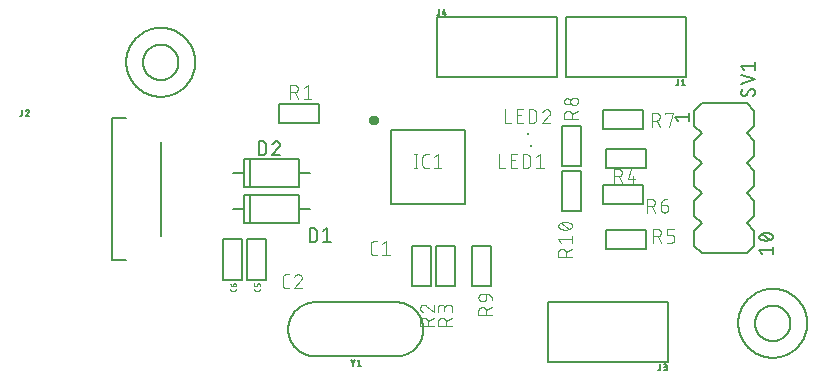
<source format=gbr>
G04 EAGLE Gerber RS-274X export*
G75*
%MOMM*%
%FSLAX34Y34*%
%LPD*%
%INSilkscreen Top*%
%IPPOS*%
%AMOC8*
5,1,8,0,0,1.08239X$1,22.5*%
G01*
%ADD10C,0.101600*%
%ADD11C,0.127000*%
%ADD12R,0.250000X2.350000*%
%ADD13C,0.200000*%
%ADD14C,0.400000*%
%ADD15C,0.203200*%
%ADD16R,0.250000X0.250000*%
%ADD17C,0.152400*%
%ADD18C,0.050800*%


D10*
X223586Y95758D02*
X220989Y95758D01*
X220890Y95760D01*
X220790Y95766D01*
X220691Y95775D01*
X220593Y95788D01*
X220495Y95805D01*
X220397Y95826D01*
X220301Y95851D01*
X220206Y95879D01*
X220112Y95911D01*
X220019Y95946D01*
X219927Y95985D01*
X219837Y96028D01*
X219749Y96073D01*
X219662Y96123D01*
X219578Y96175D01*
X219495Y96231D01*
X219415Y96289D01*
X219337Y96351D01*
X219262Y96416D01*
X219189Y96484D01*
X219119Y96554D01*
X219051Y96627D01*
X218986Y96702D01*
X218924Y96780D01*
X218866Y96860D01*
X218810Y96943D01*
X218758Y97027D01*
X218708Y97114D01*
X218663Y97202D01*
X218620Y97292D01*
X218581Y97384D01*
X218546Y97477D01*
X218514Y97571D01*
X218486Y97666D01*
X218461Y97762D01*
X218440Y97860D01*
X218423Y97958D01*
X218410Y98056D01*
X218401Y98155D01*
X218395Y98255D01*
X218393Y98354D01*
X218393Y104846D01*
X218395Y104945D01*
X218401Y105045D01*
X218410Y105144D01*
X218423Y105242D01*
X218440Y105340D01*
X218461Y105438D01*
X218486Y105534D01*
X218514Y105629D01*
X218546Y105723D01*
X218581Y105816D01*
X218620Y105908D01*
X218663Y105998D01*
X218708Y106086D01*
X218758Y106173D01*
X218810Y106257D01*
X218866Y106340D01*
X218924Y106420D01*
X218986Y106498D01*
X219051Y106573D01*
X219119Y106646D01*
X219189Y106716D01*
X219262Y106784D01*
X219337Y106849D01*
X219415Y106911D01*
X219495Y106969D01*
X219578Y107025D01*
X219662Y107077D01*
X219749Y107127D01*
X219837Y107172D01*
X219927Y107215D01*
X220019Y107254D01*
X220111Y107289D01*
X220206Y107321D01*
X220301Y107349D01*
X220397Y107374D01*
X220495Y107395D01*
X220593Y107412D01*
X220691Y107425D01*
X220790Y107434D01*
X220890Y107440D01*
X220989Y107442D01*
X223586Y107442D01*
X227951Y104846D02*
X231196Y107442D01*
X231196Y95758D01*
X227951Y95758D02*
X234442Y95758D01*
X149211Y67818D02*
X146614Y67818D01*
X146515Y67820D01*
X146415Y67826D01*
X146316Y67835D01*
X146218Y67848D01*
X146120Y67865D01*
X146022Y67886D01*
X145926Y67911D01*
X145831Y67939D01*
X145737Y67971D01*
X145644Y68006D01*
X145552Y68045D01*
X145462Y68088D01*
X145374Y68133D01*
X145287Y68183D01*
X145203Y68235D01*
X145120Y68291D01*
X145040Y68349D01*
X144962Y68411D01*
X144887Y68476D01*
X144814Y68544D01*
X144744Y68614D01*
X144676Y68687D01*
X144611Y68762D01*
X144549Y68840D01*
X144491Y68920D01*
X144435Y69003D01*
X144383Y69087D01*
X144333Y69174D01*
X144288Y69262D01*
X144245Y69352D01*
X144206Y69444D01*
X144171Y69537D01*
X144139Y69631D01*
X144111Y69726D01*
X144086Y69822D01*
X144065Y69920D01*
X144048Y70018D01*
X144035Y70116D01*
X144026Y70215D01*
X144020Y70315D01*
X144018Y70414D01*
X144018Y76906D01*
X144020Y77005D01*
X144026Y77105D01*
X144035Y77204D01*
X144048Y77302D01*
X144065Y77400D01*
X144086Y77498D01*
X144111Y77594D01*
X144139Y77689D01*
X144171Y77783D01*
X144206Y77876D01*
X144245Y77968D01*
X144288Y78058D01*
X144333Y78146D01*
X144383Y78233D01*
X144435Y78317D01*
X144491Y78400D01*
X144549Y78480D01*
X144611Y78558D01*
X144676Y78633D01*
X144744Y78706D01*
X144814Y78776D01*
X144887Y78844D01*
X144962Y78909D01*
X145040Y78971D01*
X145120Y79029D01*
X145203Y79085D01*
X145287Y79137D01*
X145374Y79187D01*
X145462Y79232D01*
X145552Y79275D01*
X145644Y79314D01*
X145736Y79349D01*
X145831Y79381D01*
X145926Y79409D01*
X146022Y79434D01*
X146120Y79455D01*
X146218Y79472D01*
X146316Y79485D01*
X146415Y79494D01*
X146515Y79500D01*
X146614Y79502D01*
X149211Y79502D01*
X157146Y79502D02*
X157253Y79500D01*
X157359Y79494D01*
X157465Y79484D01*
X157571Y79471D01*
X157677Y79453D01*
X157781Y79432D01*
X157885Y79407D01*
X157988Y79378D01*
X158089Y79346D01*
X158189Y79309D01*
X158288Y79269D01*
X158386Y79226D01*
X158482Y79179D01*
X158576Y79128D01*
X158668Y79074D01*
X158758Y79017D01*
X158846Y78957D01*
X158931Y78893D01*
X159014Y78826D01*
X159095Y78756D01*
X159173Y78684D01*
X159249Y78608D01*
X159321Y78530D01*
X159391Y78449D01*
X159458Y78366D01*
X159522Y78281D01*
X159582Y78193D01*
X159639Y78103D01*
X159693Y78011D01*
X159744Y77917D01*
X159791Y77821D01*
X159834Y77723D01*
X159874Y77624D01*
X159911Y77524D01*
X159943Y77423D01*
X159972Y77320D01*
X159997Y77216D01*
X160018Y77112D01*
X160036Y77006D01*
X160049Y76900D01*
X160059Y76794D01*
X160065Y76688D01*
X160067Y76581D01*
X157146Y79502D02*
X157025Y79500D01*
X156904Y79494D01*
X156784Y79484D01*
X156663Y79471D01*
X156544Y79453D01*
X156424Y79432D01*
X156306Y79407D01*
X156189Y79378D01*
X156072Y79345D01*
X155957Y79309D01*
X155843Y79268D01*
X155730Y79225D01*
X155618Y79177D01*
X155509Y79126D01*
X155401Y79071D01*
X155294Y79013D01*
X155190Y78952D01*
X155088Y78887D01*
X154988Y78819D01*
X154890Y78748D01*
X154794Y78674D01*
X154701Y78597D01*
X154611Y78516D01*
X154523Y78433D01*
X154438Y78347D01*
X154355Y78258D01*
X154276Y78167D01*
X154199Y78073D01*
X154126Y77977D01*
X154056Y77879D01*
X153989Y77778D01*
X153925Y77675D01*
X153865Y77570D01*
X153808Y77463D01*
X153754Y77355D01*
X153704Y77245D01*
X153658Y77133D01*
X153615Y77020D01*
X153576Y76905D01*
X159094Y74309D02*
X159173Y74386D01*
X159249Y74467D01*
X159322Y74550D01*
X159392Y74635D01*
X159459Y74723D01*
X159523Y74813D01*
X159583Y74905D01*
X159640Y75000D01*
X159694Y75096D01*
X159745Y75194D01*
X159792Y75294D01*
X159836Y75396D01*
X159876Y75499D01*
X159912Y75603D01*
X159944Y75709D01*
X159973Y75815D01*
X159998Y75923D01*
X160020Y76031D01*
X160037Y76141D01*
X160051Y76250D01*
X160060Y76360D01*
X160066Y76471D01*
X160068Y76581D01*
X159094Y74309D02*
X153576Y67818D01*
X160067Y67818D01*
D11*
X157870Y134620D02*
X157870Y146370D01*
X157870Y134620D02*
X157870Y122870D01*
X111370Y122870D01*
X111370Y134620D01*
X111370Y146370D01*
X157870Y146370D01*
X111370Y134620D02*
X102120Y134620D01*
X157870Y134620D02*
X167120Y134620D01*
D12*
X115870Y134620D03*
D11*
X166615Y118465D02*
X166615Y107035D01*
X166615Y118465D02*
X169790Y118465D01*
X169901Y118463D01*
X170011Y118457D01*
X170122Y118448D01*
X170232Y118434D01*
X170341Y118417D01*
X170450Y118396D01*
X170558Y118371D01*
X170665Y118342D01*
X170771Y118310D01*
X170876Y118274D01*
X170979Y118234D01*
X171081Y118191D01*
X171182Y118144D01*
X171281Y118093D01*
X171378Y118040D01*
X171472Y117983D01*
X171565Y117922D01*
X171656Y117859D01*
X171745Y117792D01*
X171831Y117722D01*
X171914Y117649D01*
X171996Y117574D01*
X172074Y117496D01*
X172149Y117414D01*
X172222Y117331D01*
X172292Y117245D01*
X172359Y117156D01*
X172422Y117065D01*
X172483Y116972D01*
X172540Y116878D01*
X172593Y116781D01*
X172644Y116682D01*
X172691Y116581D01*
X172734Y116479D01*
X172774Y116376D01*
X172810Y116271D01*
X172842Y116165D01*
X172871Y116058D01*
X172896Y115950D01*
X172917Y115841D01*
X172934Y115732D01*
X172948Y115622D01*
X172957Y115511D01*
X172963Y115401D01*
X172965Y115290D01*
X172965Y110210D01*
X172963Y110099D01*
X172957Y109989D01*
X172948Y109878D01*
X172934Y109768D01*
X172917Y109659D01*
X172896Y109550D01*
X172871Y109442D01*
X172842Y109335D01*
X172810Y109229D01*
X172774Y109124D01*
X172734Y109021D01*
X172691Y108919D01*
X172644Y108818D01*
X172593Y108719D01*
X172540Y108622D01*
X172483Y108528D01*
X172422Y108435D01*
X172359Y108344D01*
X172292Y108255D01*
X172222Y108169D01*
X172149Y108086D01*
X172074Y108004D01*
X171996Y107926D01*
X171914Y107851D01*
X171831Y107778D01*
X171745Y107708D01*
X171656Y107641D01*
X171565Y107578D01*
X171472Y107517D01*
X171377Y107460D01*
X171281Y107407D01*
X171182Y107356D01*
X171081Y107309D01*
X170979Y107266D01*
X170876Y107226D01*
X170771Y107190D01*
X170665Y107158D01*
X170558Y107129D01*
X170450Y107104D01*
X170341Y107083D01*
X170232Y107066D01*
X170122Y107052D01*
X170011Y107043D01*
X169901Y107037D01*
X169790Y107035D01*
X166615Y107035D01*
X178426Y115925D02*
X181601Y118465D01*
X181601Y107035D01*
X178426Y107035D02*
X184776Y107035D01*
X157870Y165100D02*
X157870Y176850D01*
X157870Y165100D02*
X157870Y153350D01*
X111370Y153350D01*
X111370Y165100D01*
X111370Y176850D01*
X157870Y176850D01*
X111370Y165100D02*
X102120Y165100D01*
X157870Y165100D02*
X167120Y165100D01*
D12*
X115870Y165100D03*
D11*
X123435Y180695D02*
X123435Y192125D01*
X126610Y192125D01*
X126721Y192123D01*
X126831Y192117D01*
X126942Y192108D01*
X127052Y192094D01*
X127161Y192077D01*
X127270Y192056D01*
X127378Y192031D01*
X127485Y192002D01*
X127591Y191970D01*
X127696Y191934D01*
X127799Y191894D01*
X127901Y191851D01*
X128002Y191804D01*
X128101Y191753D01*
X128198Y191700D01*
X128292Y191643D01*
X128385Y191582D01*
X128476Y191519D01*
X128565Y191452D01*
X128651Y191382D01*
X128734Y191309D01*
X128816Y191234D01*
X128894Y191156D01*
X128969Y191074D01*
X129042Y190991D01*
X129112Y190905D01*
X129179Y190816D01*
X129242Y190725D01*
X129303Y190632D01*
X129360Y190538D01*
X129413Y190441D01*
X129464Y190342D01*
X129511Y190241D01*
X129554Y190139D01*
X129594Y190036D01*
X129630Y189931D01*
X129662Y189825D01*
X129691Y189718D01*
X129716Y189610D01*
X129737Y189501D01*
X129754Y189392D01*
X129768Y189282D01*
X129777Y189171D01*
X129783Y189061D01*
X129785Y188950D01*
X129785Y183870D01*
X129783Y183759D01*
X129777Y183649D01*
X129768Y183538D01*
X129754Y183428D01*
X129737Y183319D01*
X129716Y183210D01*
X129691Y183102D01*
X129662Y182995D01*
X129630Y182889D01*
X129594Y182784D01*
X129554Y182681D01*
X129511Y182579D01*
X129464Y182478D01*
X129413Y182379D01*
X129360Y182282D01*
X129303Y182188D01*
X129242Y182095D01*
X129179Y182004D01*
X129112Y181915D01*
X129042Y181829D01*
X128969Y181746D01*
X128894Y181664D01*
X128816Y181586D01*
X128734Y181511D01*
X128651Y181438D01*
X128565Y181368D01*
X128476Y181301D01*
X128385Y181238D01*
X128292Y181177D01*
X128197Y181120D01*
X128101Y181067D01*
X128002Y181016D01*
X127901Y180969D01*
X127799Y180926D01*
X127696Y180886D01*
X127591Y180850D01*
X127485Y180818D01*
X127378Y180789D01*
X127270Y180764D01*
X127161Y180743D01*
X127052Y180726D01*
X126942Y180712D01*
X126831Y180703D01*
X126721Y180697D01*
X126610Y180695D01*
X123435Y180695D01*
X138739Y192126D02*
X138843Y192124D01*
X138948Y192118D01*
X139052Y192109D01*
X139155Y192096D01*
X139258Y192078D01*
X139360Y192058D01*
X139462Y192033D01*
X139562Y192005D01*
X139662Y191973D01*
X139760Y191937D01*
X139857Y191898D01*
X139952Y191856D01*
X140046Y191810D01*
X140138Y191760D01*
X140228Y191708D01*
X140316Y191652D01*
X140402Y191592D01*
X140486Y191530D01*
X140567Y191465D01*
X140646Y191397D01*
X140723Y191325D01*
X140796Y191252D01*
X140868Y191175D01*
X140936Y191096D01*
X141001Y191015D01*
X141063Y190931D01*
X141123Y190845D01*
X141179Y190757D01*
X141231Y190667D01*
X141281Y190575D01*
X141327Y190481D01*
X141369Y190386D01*
X141408Y190289D01*
X141444Y190191D01*
X141476Y190091D01*
X141504Y189991D01*
X141529Y189889D01*
X141549Y189787D01*
X141567Y189684D01*
X141580Y189581D01*
X141589Y189477D01*
X141595Y189372D01*
X141597Y189268D01*
X138739Y192125D02*
X138621Y192123D01*
X138502Y192117D01*
X138384Y192108D01*
X138267Y192095D01*
X138150Y192077D01*
X138033Y192057D01*
X137917Y192032D01*
X137802Y192004D01*
X137689Y191971D01*
X137576Y191936D01*
X137464Y191896D01*
X137354Y191854D01*
X137245Y191807D01*
X137137Y191757D01*
X137032Y191704D01*
X136928Y191647D01*
X136826Y191587D01*
X136726Y191524D01*
X136628Y191457D01*
X136532Y191388D01*
X136439Y191315D01*
X136348Y191239D01*
X136259Y191161D01*
X136173Y191079D01*
X136090Y190995D01*
X136009Y190909D01*
X135932Y190819D01*
X135857Y190728D01*
X135785Y190634D01*
X135716Y190537D01*
X135651Y190439D01*
X135588Y190338D01*
X135529Y190235D01*
X135473Y190131D01*
X135421Y190025D01*
X135372Y189917D01*
X135327Y189808D01*
X135285Y189697D01*
X135247Y189585D01*
X140644Y187046D02*
X140720Y187121D01*
X140795Y187200D01*
X140866Y187281D01*
X140935Y187365D01*
X141000Y187451D01*
X141062Y187539D01*
X141122Y187629D01*
X141178Y187721D01*
X141231Y187816D01*
X141280Y187912D01*
X141326Y188010D01*
X141369Y188109D01*
X141408Y188210D01*
X141443Y188312D01*
X141475Y188415D01*
X141503Y188519D01*
X141528Y188624D01*
X141549Y188731D01*
X141566Y188837D01*
X141579Y188944D01*
X141588Y189052D01*
X141594Y189160D01*
X141596Y189268D01*
X140644Y187045D02*
X135246Y180695D01*
X141596Y180695D01*
D13*
X235200Y201680D02*
X298200Y201680D01*
X298200Y138680D01*
X235200Y138680D01*
X235200Y201680D01*
D14*
X218700Y210180D02*
X218702Y210269D01*
X218708Y210358D01*
X218718Y210447D01*
X218732Y210535D01*
X218749Y210622D01*
X218771Y210708D01*
X218797Y210794D01*
X218826Y210878D01*
X218859Y210961D01*
X218895Y211042D01*
X218936Y211122D01*
X218979Y211199D01*
X219026Y211275D01*
X219077Y211348D01*
X219130Y211419D01*
X219187Y211488D01*
X219247Y211554D01*
X219310Y211618D01*
X219375Y211678D01*
X219443Y211736D01*
X219514Y211790D01*
X219587Y211841D01*
X219662Y211889D01*
X219739Y211934D01*
X219818Y211975D01*
X219899Y212012D01*
X219981Y212046D01*
X220065Y212077D01*
X220150Y212103D01*
X220236Y212126D01*
X220323Y212144D01*
X220411Y212159D01*
X220500Y212170D01*
X220589Y212177D01*
X220678Y212180D01*
X220767Y212179D01*
X220856Y212174D01*
X220944Y212165D01*
X221033Y212152D01*
X221120Y212135D01*
X221207Y212115D01*
X221293Y212090D01*
X221377Y212062D01*
X221460Y212030D01*
X221542Y211994D01*
X221622Y211955D01*
X221700Y211912D01*
X221776Y211866D01*
X221850Y211816D01*
X221922Y211763D01*
X221991Y211707D01*
X222058Y211648D01*
X222122Y211586D01*
X222183Y211522D01*
X222242Y211454D01*
X222297Y211384D01*
X222349Y211312D01*
X222398Y211237D01*
X222443Y211161D01*
X222485Y211082D01*
X222523Y211002D01*
X222558Y210920D01*
X222589Y210836D01*
X222617Y210751D01*
X222640Y210665D01*
X222660Y210578D01*
X222676Y210491D01*
X222688Y210402D01*
X222696Y210314D01*
X222700Y210225D01*
X222700Y210135D01*
X222696Y210046D01*
X222688Y209958D01*
X222676Y209869D01*
X222660Y209782D01*
X222640Y209695D01*
X222617Y209609D01*
X222589Y209524D01*
X222558Y209440D01*
X222523Y209358D01*
X222485Y209278D01*
X222443Y209199D01*
X222398Y209123D01*
X222349Y209048D01*
X222297Y208976D01*
X222242Y208906D01*
X222183Y208838D01*
X222122Y208774D01*
X222058Y208712D01*
X221991Y208653D01*
X221922Y208597D01*
X221850Y208544D01*
X221776Y208494D01*
X221700Y208448D01*
X221622Y208405D01*
X221542Y208366D01*
X221460Y208330D01*
X221377Y208298D01*
X221293Y208270D01*
X221207Y208245D01*
X221120Y208225D01*
X221033Y208208D01*
X220944Y208195D01*
X220856Y208186D01*
X220767Y208181D01*
X220678Y208180D01*
X220589Y208183D01*
X220500Y208190D01*
X220411Y208201D01*
X220323Y208216D01*
X220236Y208234D01*
X220150Y208257D01*
X220065Y208283D01*
X219981Y208314D01*
X219899Y208348D01*
X219818Y208385D01*
X219739Y208426D01*
X219662Y208471D01*
X219587Y208519D01*
X219514Y208570D01*
X219443Y208624D01*
X219375Y208682D01*
X219310Y208742D01*
X219247Y208806D01*
X219187Y208872D01*
X219130Y208941D01*
X219077Y209012D01*
X219026Y209085D01*
X218979Y209161D01*
X218936Y209238D01*
X218895Y209318D01*
X218859Y209399D01*
X218826Y209482D01*
X218797Y209566D01*
X218771Y209652D01*
X218749Y209738D01*
X218732Y209825D01*
X218718Y209913D01*
X218708Y210002D01*
X218702Y210091D01*
X218700Y210180D01*
D10*
X256392Y181102D02*
X256392Y169418D01*
X255094Y169418D02*
X257690Y169418D01*
X257690Y181102D02*
X255094Y181102D01*
X264854Y169418D02*
X267450Y169418D01*
X264854Y169418D02*
X264755Y169420D01*
X264655Y169426D01*
X264556Y169435D01*
X264458Y169448D01*
X264360Y169465D01*
X264262Y169486D01*
X264166Y169511D01*
X264071Y169539D01*
X263977Y169571D01*
X263884Y169606D01*
X263792Y169645D01*
X263702Y169688D01*
X263614Y169733D01*
X263527Y169783D01*
X263443Y169835D01*
X263360Y169891D01*
X263280Y169949D01*
X263202Y170011D01*
X263127Y170076D01*
X263054Y170144D01*
X262984Y170214D01*
X262916Y170287D01*
X262851Y170362D01*
X262789Y170440D01*
X262731Y170520D01*
X262675Y170603D01*
X262623Y170687D01*
X262573Y170774D01*
X262528Y170862D01*
X262485Y170952D01*
X262446Y171044D01*
X262411Y171137D01*
X262379Y171231D01*
X262351Y171326D01*
X262326Y171422D01*
X262305Y171520D01*
X262288Y171618D01*
X262275Y171716D01*
X262266Y171815D01*
X262260Y171915D01*
X262258Y172014D01*
X262257Y172014D02*
X262257Y178506D01*
X262258Y178506D02*
X262260Y178605D01*
X262266Y178705D01*
X262275Y178804D01*
X262288Y178902D01*
X262305Y179000D01*
X262326Y179098D01*
X262351Y179194D01*
X262379Y179289D01*
X262411Y179383D01*
X262446Y179476D01*
X262485Y179568D01*
X262528Y179658D01*
X262573Y179746D01*
X262623Y179833D01*
X262675Y179917D01*
X262731Y180000D01*
X262789Y180080D01*
X262851Y180158D01*
X262916Y180233D01*
X262984Y180306D01*
X263054Y180376D01*
X263127Y180444D01*
X263202Y180509D01*
X263280Y180571D01*
X263360Y180629D01*
X263443Y180685D01*
X263527Y180737D01*
X263614Y180787D01*
X263702Y180832D01*
X263792Y180875D01*
X263884Y180914D01*
X263976Y180949D01*
X264071Y180981D01*
X264166Y181009D01*
X264262Y181034D01*
X264360Y181055D01*
X264458Y181072D01*
X264556Y181085D01*
X264655Y181094D01*
X264755Y181100D01*
X264854Y181102D01*
X267450Y181102D01*
X271815Y178506D02*
X275061Y181102D01*
X275061Y169418D01*
X278306Y169418D02*
X271815Y169418D01*
D11*
X485140Y246380D02*
X485140Y297180D01*
X383540Y297180D01*
X383540Y246380D01*
X485140Y246380D01*
X478876Y244475D02*
X478876Y240721D01*
X478874Y240656D01*
X478868Y240592D01*
X478858Y240528D01*
X478845Y240464D01*
X478827Y240402D01*
X478806Y240341D01*
X478782Y240281D01*
X478753Y240223D01*
X478721Y240166D01*
X478686Y240112D01*
X478648Y240060D01*
X478606Y240010D01*
X478562Y239963D01*
X478515Y239919D01*
X478465Y239877D01*
X478413Y239839D01*
X478359Y239804D01*
X478302Y239772D01*
X478244Y239743D01*
X478184Y239719D01*
X478123Y239698D01*
X478061Y239680D01*
X477997Y239667D01*
X477933Y239657D01*
X477869Y239651D01*
X477804Y239649D01*
X477267Y239649D01*
X481824Y243403D02*
X483164Y244475D01*
X483164Y239649D01*
X481824Y239649D02*
X484505Y239649D01*
D15*
X-940Y211600D02*
X-940Y91600D01*
X-940Y211600D02*
X11260Y211600D01*
X11260Y91600D02*
X-940Y91600D01*
X41260Y111600D02*
X41260Y191600D01*
D11*
X-76496Y215007D02*
X-76496Y218761D01*
X-76497Y215007D02*
X-76499Y214942D01*
X-76505Y214878D01*
X-76515Y214814D01*
X-76528Y214750D01*
X-76546Y214688D01*
X-76567Y214627D01*
X-76591Y214567D01*
X-76620Y214509D01*
X-76652Y214452D01*
X-76687Y214398D01*
X-76725Y214346D01*
X-76767Y214296D01*
X-76811Y214249D01*
X-76858Y214205D01*
X-76908Y214163D01*
X-76960Y214125D01*
X-77014Y214090D01*
X-77071Y214058D01*
X-77129Y214029D01*
X-77189Y214005D01*
X-77250Y213984D01*
X-77312Y213966D01*
X-77376Y213953D01*
X-77440Y213943D01*
X-77504Y213937D01*
X-77569Y213935D01*
X-78105Y213935D01*
X-72074Y218761D02*
X-72006Y218759D01*
X-71939Y218753D01*
X-71872Y218744D01*
X-71805Y218731D01*
X-71740Y218714D01*
X-71675Y218693D01*
X-71612Y218669D01*
X-71550Y218641D01*
X-71490Y218610D01*
X-71432Y218576D01*
X-71376Y218538D01*
X-71321Y218498D01*
X-71270Y218454D01*
X-71221Y218407D01*
X-71174Y218358D01*
X-71130Y218307D01*
X-71090Y218252D01*
X-71052Y218196D01*
X-71018Y218138D01*
X-70987Y218078D01*
X-70959Y218016D01*
X-70935Y217953D01*
X-70914Y217888D01*
X-70897Y217823D01*
X-70884Y217756D01*
X-70875Y217689D01*
X-70869Y217622D01*
X-70867Y217554D01*
X-72074Y218761D02*
X-72152Y218759D01*
X-72230Y218753D01*
X-72307Y218743D01*
X-72384Y218730D01*
X-72460Y218712D01*
X-72535Y218691D01*
X-72609Y218666D01*
X-72681Y218637D01*
X-72752Y218605D01*
X-72821Y218569D01*
X-72889Y218530D01*
X-72954Y218487D01*
X-73017Y218441D01*
X-73078Y218392D01*
X-73136Y218340D01*
X-73191Y218285D01*
X-73244Y218228D01*
X-73293Y218168D01*
X-73340Y218105D01*
X-73383Y218040D01*
X-73423Y217974D01*
X-73460Y217905D01*
X-73493Y217834D01*
X-73523Y217762D01*
X-73549Y217688D01*
X-71269Y216616D02*
X-71220Y216665D01*
X-71173Y216717D01*
X-71130Y216772D01*
X-71089Y216829D01*
X-71051Y216888D01*
X-71017Y216949D01*
X-70986Y217012D01*
X-70958Y217076D01*
X-70934Y217142D01*
X-70914Y217208D01*
X-70897Y217276D01*
X-70884Y217345D01*
X-70875Y217414D01*
X-70869Y217484D01*
X-70867Y217554D01*
X-71269Y216616D02*
X-73548Y213935D01*
X-70867Y213935D01*
X469900Y55880D02*
X469900Y5080D01*
X469900Y55880D02*
X368300Y55880D01*
X368300Y5080D01*
X469900Y5080D01*
X463636Y3175D02*
X463636Y-579D01*
X463634Y-644D01*
X463628Y-708D01*
X463618Y-772D01*
X463605Y-836D01*
X463587Y-898D01*
X463566Y-959D01*
X463542Y-1019D01*
X463513Y-1077D01*
X463481Y-1134D01*
X463446Y-1188D01*
X463408Y-1240D01*
X463366Y-1290D01*
X463322Y-1337D01*
X463275Y-1381D01*
X463225Y-1423D01*
X463173Y-1461D01*
X463119Y-1496D01*
X463062Y-1528D01*
X463004Y-1557D01*
X462944Y-1581D01*
X462883Y-1602D01*
X462821Y-1620D01*
X462757Y-1633D01*
X462693Y-1643D01*
X462629Y-1649D01*
X462564Y-1651D01*
X462027Y-1651D01*
X466584Y-1651D02*
X467924Y-1651D01*
X467995Y-1649D01*
X468067Y-1643D01*
X468137Y-1634D01*
X468207Y-1621D01*
X468277Y-1604D01*
X468345Y-1583D01*
X468412Y-1559D01*
X468478Y-1531D01*
X468542Y-1500D01*
X468605Y-1465D01*
X468665Y-1427D01*
X468724Y-1386D01*
X468780Y-1342D01*
X468834Y-1295D01*
X468885Y-1246D01*
X468933Y-1193D01*
X468979Y-1138D01*
X469021Y-1081D01*
X469061Y-1021D01*
X469097Y-960D01*
X469130Y-896D01*
X469159Y-831D01*
X469185Y-765D01*
X469208Y-697D01*
X469227Y-628D01*
X469242Y-558D01*
X469253Y-488D01*
X469261Y-417D01*
X469265Y-346D01*
X469265Y-274D01*
X469261Y-203D01*
X469253Y-132D01*
X469242Y-62D01*
X469227Y8D01*
X469208Y77D01*
X469185Y145D01*
X469159Y211D01*
X469130Y276D01*
X469097Y340D01*
X469061Y401D01*
X469021Y461D01*
X468979Y518D01*
X468933Y573D01*
X468885Y626D01*
X468834Y675D01*
X468780Y722D01*
X468724Y766D01*
X468665Y807D01*
X468605Y845D01*
X468542Y880D01*
X468478Y911D01*
X468412Y939D01*
X468345Y963D01*
X468277Y984D01*
X468207Y1001D01*
X468137Y1014D01*
X468067Y1023D01*
X467995Y1029D01*
X467924Y1031D01*
X468193Y3175D02*
X466584Y3175D01*
X468193Y3175D02*
X468258Y3173D01*
X468322Y3167D01*
X468386Y3157D01*
X468450Y3144D01*
X468512Y3126D01*
X468573Y3105D01*
X468633Y3081D01*
X468691Y3052D01*
X468748Y3020D01*
X468802Y2985D01*
X468854Y2947D01*
X468904Y2905D01*
X468951Y2861D01*
X468995Y2814D01*
X469037Y2764D01*
X469075Y2712D01*
X469110Y2658D01*
X469142Y2601D01*
X469171Y2543D01*
X469195Y2483D01*
X469216Y2422D01*
X469234Y2360D01*
X469247Y2296D01*
X469257Y2232D01*
X469263Y2168D01*
X469265Y2103D01*
X469263Y2038D01*
X469257Y1974D01*
X469247Y1910D01*
X469234Y1846D01*
X469216Y1784D01*
X469195Y1723D01*
X469171Y1663D01*
X469142Y1605D01*
X469110Y1548D01*
X469075Y1494D01*
X469037Y1442D01*
X468995Y1392D01*
X468951Y1345D01*
X468904Y1301D01*
X468854Y1259D01*
X468802Y1221D01*
X468748Y1186D01*
X468691Y1154D01*
X468633Y1125D01*
X468573Y1101D01*
X468512Y1080D01*
X468450Y1062D01*
X468386Y1049D01*
X468322Y1039D01*
X468258Y1033D01*
X468193Y1031D01*
X468193Y1030D02*
X467120Y1030D01*
X274320Y246380D02*
X274320Y297180D01*
X274320Y246380D02*
X375920Y246380D01*
X375920Y297180D01*
X274320Y297180D01*
X276564Y300157D02*
X276564Y303911D01*
X276563Y300157D02*
X276561Y300092D01*
X276555Y300028D01*
X276545Y299964D01*
X276532Y299900D01*
X276514Y299838D01*
X276493Y299777D01*
X276469Y299717D01*
X276440Y299659D01*
X276408Y299602D01*
X276373Y299548D01*
X276335Y299496D01*
X276293Y299446D01*
X276249Y299399D01*
X276202Y299355D01*
X276152Y299313D01*
X276100Y299275D01*
X276046Y299240D01*
X275989Y299208D01*
X275931Y299179D01*
X275871Y299155D01*
X275810Y299134D01*
X275748Y299116D01*
X275684Y299103D01*
X275620Y299093D01*
X275556Y299087D01*
X275491Y299085D01*
X274955Y299085D01*
X279512Y300157D02*
X280584Y303911D01*
X279512Y300157D02*
X282193Y300157D01*
X281388Y299085D02*
X281388Y301230D01*
D16*
X354350Y187960D03*
D10*
X327161Y181102D02*
X327161Y169418D01*
X332353Y169418D01*
X337067Y169418D02*
X342259Y169418D01*
X337067Y169418D02*
X337067Y181102D01*
X342259Y181102D01*
X340961Y175909D02*
X337067Y175909D01*
X346950Y181102D02*
X346950Y169418D01*
X346950Y181102D02*
X350195Y181102D01*
X350308Y181100D01*
X350421Y181094D01*
X350534Y181084D01*
X350647Y181070D01*
X350759Y181053D01*
X350870Y181031D01*
X350980Y181006D01*
X351090Y180976D01*
X351198Y180943D01*
X351305Y180906D01*
X351411Y180866D01*
X351515Y180821D01*
X351618Y180773D01*
X351719Y180722D01*
X351818Y180667D01*
X351915Y180609D01*
X352010Y180547D01*
X352103Y180482D01*
X352193Y180414D01*
X352281Y180343D01*
X352367Y180268D01*
X352450Y180191D01*
X352530Y180111D01*
X352607Y180028D01*
X352682Y179942D01*
X352753Y179854D01*
X352821Y179764D01*
X352886Y179671D01*
X352948Y179576D01*
X353006Y179479D01*
X353061Y179380D01*
X353112Y179279D01*
X353160Y179176D01*
X353205Y179072D01*
X353245Y178966D01*
X353282Y178859D01*
X353315Y178751D01*
X353345Y178641D01*
X353370Y178531D01*
X353392Y178420D01*
X353409Y178308D01*
X353423Y178195D01*
X353433Y178082D01*
X353439Y177969D01*
X353441Y177856D01*
X353441Y172664D01*
X353442Y172664D02*
X353440Y172551D01*
X353434Y172438D01*
X353424Y172325D01*
X353410Y172212D01*
X353393Y172100D01*
X353371Y171989D01*
X353346Y171879D01*
X353316Y171769D01*
X353283Y171661D01*
X353246Y171554D01*
X353206Y171448D01*
X353161Y171344D01*
X353113Y171241D01*
X353062Y171140D01*
X353007Y171041D01*
X352949Y170944D01*
X352887Y170849D01*
X352822Y170756D01*
X352754Y170666D01*
X352683Y170578D01*
X352608Y170492D01*
X352531Y170409D01*
X352451Y170329D01*
X352368Y170252D01*
X352282Y170177D01*
X352194Y170106D01*
X352104Y170038D01*
X352011Y169973D01*
X351916Y169911D01*
X351819Y169853D01*
X351720Y169798D01*
X351619Y169747D01*
X351516Y169699D01*
X351412Y169654D01*
X351306Y169614D01*
X351199Y169577D01*
X351091Y169544D01*
X350981Y169514D01*
X350871Y169489D01*
X350760Y169467D01*
X350648Y169450D01*
X350535Y169436D01*
X350422Y169426D01*
X350309Y169420D01*
X350196Y169418D01*
X350195Y169418D02*
X346950Y169418D01*
X358761Y178506D02*
X362006Y181102D01*
X362006Y169418D01*
X358761Y169418D02*
X365252Y169418D01*
D16*
X351810Y198120D03*
D10*
X332241Y207518D02*
X332241Y219202D01*
X332241Y207518D02*
X337433Y207518D01*
X342147Y207518D02*
X347339Y207518D01*
X342147Y207518D02*
X342147Y219202D01*
X347339Y219202D01*
X346041Y214009D02*
X342147Y214009D01*
X352030Y219202D02*
X352030Y207518D01*
X352030Y219202D02*
X355275Y219202D01*
X355388Y219200D01*
X355501Y219194D01*
X355614Y219184D01*
X355727Y219170D01*
X355839Y219153D01*
X355950Y219131D01*
X356060Y219106D01*
X356170Y219076D01*
X356278Y219043D01*
X356385Y219006D01*
X356491Y218966D01*
X356595Y218921D01*
X356698Y218873D01*
X356799Y218822D01*
X356898Y218767D01*
X356995Y218709D01*
X357090Y218647D01*
X357183Y218582D01*
X357273Y218514D01*
X357361Y218443D01*
X357447Y218368D01*
X357530Y218291D01*
X357610Y218211D01*
X357687Y218128D01*
X357762Y218042D01*
X357833Y217954D01*
X357901Y217864D01*
X357966Y217771D01*
X358028Y217676D01*
X358086Y217579D01*
X358141Y217480D01*
X358192Y217379D01*
X358240Y217276D01*
X358285Y217172D01*
X358325Y217066D01*
X358362Y216959D01*
X358395Y216851D01*
X358425Y216741D01*
X358450Y216631D01*
X358472Y216520D01*
X358489Y216408D01*
X358503Y216295D01*
X358513Y216182D01*
X358519Y216069D01*
X358521Y215956D01*
X358521Y210764D01*
X358522Y210764D02*
X358520Y210651D01*
X358514Y210538D01*
X358504Y210425D01*
X358490Y210312D01*
X358473Y210200D01*
X358451Y210089D01*
X358426Y209979D01*
X358396Y209869D01*
X358363Y209761D01*
X358326Y209654D01*
X358286Y209548D01*
X358241Y209444D01*
X358193Y209341D01*
X358142Y209240D01*
X358087Y209141D01*
X358029Y209044D01*
X357967Y208949D01*
X357902Y208856D01*
X357834Y208766D01*
X357763Y208678D01*
X357688Y208592D01*
X357611Y208509D01*
X357531Y208429D01*
X357448Y208352D01*
X357362Y208277D01*
X357274Y208206D01*
X357184Y208138D01*
X357091Y208073D01*
X356996Y208011D01*
X356899Y207953D01*
X356800Y207898D01*
X356699Y207847D01*
X356596Y207799D01*
X356492Y207754D01*
X356386Y207714D01*
X356279Y207677D01*
X356171Y207644D01*
X356061Y207614D01*
X355951Y207589D01*
X355840Y207567D01*
X355728Y207550D01*
X355615Y207536D01*
X355502Y207526D01*
X355389Y207520D01*
X355276Y207518D01*
X355275Y207518D02*
X352030Y207518D01*
X367411Y219202D02*
X367518Y219200D01*
X367624Y219194D01*
X367730Y219184D01*
X367836Y219171D01*
X367942Y219153D01*
X368046Y219132D01*
X368150Y219107D01*
X368253Y219078D01*
X368354Y219046D01*
X368454Y219009D01*
X368553Y218969D01*
X368651Y218926D01*
X368747Y218879D01*
X368841Y218828D01*
X368933Y218774D01*
X369023Y218717D01*
X369111Y218657D01*
X369196Y218593D01*
X369279Y218526D01*
X369360Y218456D01*
X369438Y218384D01*
X369514Y218308D01*
X369586Y218230D01*
X369656Y218149D01*
X369723Y218066D01*
X369787Y217981D01*
X369847Y217893D01*
X369904Y217803D01*
X369958Y217711D01*
X370009Y217617D01*
X370056Y217521D01*
X370099Y217423D01*
X370139Y217324D01*
X370176Y217224D01*
X370208Y217123D01*
X370237Y217020D01*
X370262Y216916D01*
X370283Y216812D01*
X370301Y216706D01*
X370314Y216600D01*
X370324Y216494D01*
X370330Y216388D01*
X370332Y216281D01*
X367411Y219202D02*
X367290Y219200D01*
X367169Y219194D01*
X367049Y219184D01*
X366928Y219171D01*
X366809Y219153D01*
X366689Y219132D01*
X366571Y219107D01*
X366454Y219078D01*
X366337Y219045D01*
X366222Y219009D01*
X366108Y218968D01*
X365995Y218925D01*
X365883Y218877D01*
X365774Y218826D01*
X365666Y218771D01*
X365559Y218713D01*
X365455Y218652D01*
X365353Y218587D01*
X365253Y218519D01*
X365155Y218448D01*
X365059Y218374D01*
X364966Y218297D01*
X364876Y218216D01*
X364788Y218133D01*
X364703Y218047D01*
X364620Y217958D01*
X364541Y217867D01*
X364464Y217773D01*
X364391Y217677D01*
X364321Y217579D01*
X364254Y217478D01*
X364190Y217375D01*
X364130Y217270D01*
X364073Y217163D01*
X364019Y217055D01*
X363969Y216945D01*
X363923Y216833D01*
X363880Y216720D01*
X363841Y216605D01*
X369359Y214009D02*
X369438Y214086D01*
X369514Y214167D01*
X369587Y214250D01*
X369657Y214335D01*
X369724Y214423D01*
X369788Y214513D01*
X369848Y214605D01*
X369905Y214700D01*
X369959Y214796D01*
X370010Y214894D01*
X370057Y214994D01*
X370101Y215096D01*
X370141Y215199D01*
X370177Y215303D01*
X370209Y215409D01*
X370238Y215515D01*
X370263Y215623D01*
X370285Y215731D01*
X370302Y215841D01*
X370316Y215950D01*
X370325Y216060D01*
X370331Y216171D01*
X370333Y216281D01*
X369358Y214009D02*
X363841Y207518D01*
X370332Y207518D01*
D13*
X174480Y207900D02*
X140480Y207900D01*
X140480Y223900D01*
X174480Y223900D01*
X174480Y207900D01*
D10*
X150323Y228313D02*
X150323Y240026D01*
X153577Y240026D01*
X153577Y240027D02*
X153689Y240025D01*
X153801Y240019D01*
X153913Y240010D01*
X154025Y239996D01*
X154136Y239979D01*
X154246Y239957D01*
X154356Y239932D01*
X154464Y239904D01*
X154572Y239871D01*
X154678Y239835D01*
X154783Y239795D01*
X154887Y239752D01*
X154989Y239705D01*
X155089Y239654D01*
X155188Y239600D01*
X155284Y239543D01*
X155379Y239482D01*
X155471Y239419D01*
X155562Y239352D01*
X155649Y239282D01*
X155735Y239209D01*
X155818Y239133D01*
X155898Y239054D01*
X155975Y238973D01*
X156050Y238888D01*
X156121Y238802D01*
X156190Y238713D01*
X156255Y238621D01*
X156317Y238528D01*
X156376Y238432D01*
X156432Y238335D01*
X156484Y238235D01*
X156533Y238134D01*
X156578Y238031D01*
X156620Y237927D01*
X156658Y237821D01*
X156692Y237714D01*
X156723Y237606D01*
X156749Y237497D01*
X156773Y237387D01*
X156792Y237276D01*
X156807Y237165D01*
X156819Y237053D01*
X156827Y236941D01*
X156831Y236829D01*
X156831Y236717D01*
X156827Y236605D01*
X156819Y236493D01*
X156807Y236381D01*
X156792Y236270D01*
X156773Y236159D01*
X156749Y236049D01*
X156723Y235940D01*
X156692Y235832D01*
X156658Y235725D01*
X156620Y235619D01*
X156578Y235515D01*
X156533Y235412D01*
X156484Y235311D01*
X156432Y235211D01*
X156376Y235114D01*
X156317Y235018D01*
X156255Y234925D01*
X156190Y234833D01*
X156121Y234744D01*
X156050Y234658D01*
X155975Y234573D01*
X155898Y234492D01*
X155818Y234413D01*
X155735Y234337D01*
X155649Y234264D01*
X155562Y234194D01*
X155471Y234127D01*
X155379Y234064D01*
X155284Y234003D01*
X155188Y233946D01*
X155089Y233892D01*
X154989Y233841D01*
X154887Y233794D01*
X154783Y233751D01*
X154678Y233711D01*
X154572Y233675D01*
X154464Y233642D01*
X154356Y233614D01*
X154246Y233589D01*
X154136Y233567D01*
X154025Y233550D01*
X153913Y233536D01*
X153801Y233527D01*
X153689Y233521D01*
X153577Y233519D01*
X150323Y233519D01*
X154228Y233519D02*
X156831Y228313D01*
X161706Y237423D02*
X164960Y240026D01*
X164960Y228313D01*
X161706Y228313D02*
X168214Y228313D01*
D13*
X396620Y166860D02*
X396620Y132860D01*
X380620Y132860D01*
X380620Y166860D01*
X396620Y166860D01*
D10*
X388907Y94443D02*
X377194Y94443D01*
X377194Y97697D01*
X377193Y97697D02*
X377195Y97809D01*
X377201Y97921D01*
X377210Y98033D01*
X377224Y98145D01*
X377241Y98256D01*
X377263Y98366D01*
X377288Y98476D01*
X377316Y98584D01*
X377349Y98692D01*
X377385Y98798D01*
X377425Y98903D01*
X377468Y99007D01*
X377515Y99109D01*
X377566Y99209D01*
X377620Y99308D01*
X377677Y99404D01*
X377738Y99499D01*
X377801Y99591D01*
X377868Y99682D01*
X377938Y99769D01*
X378011Y99855D01*
X378087Y99938D01*
X378166Y100018D01*
X378247Y100095D01*
X378332Y100170D01*
X378418Y100241D01*
X378507Y100310D01*
X378599Y100375D01*
X378692Y100437D01*
X378788Y100496D01*
X378885Y100552D01*
X378985Y100604D01*
X379086Y100653D01*
X379189Y100698D01*
X379293Y100740D01*
X379399Y100778D01*
X379506Y100812D01*
X379614Y100843D01*
X379723Y100869D01*
X379833Y100893D01*
X379944Y100912D01*
X380055Y100927D01*
X380167Y100939D01*
X380279Y100947D01*
X380391Y100951D01*
X380503Y100951D01*
X380615Y100947D01*
X380727Y100939D01*
X380839Y100927D01*
X380950Y100912D01*
X381061Y100893D01*
X381171Y100869D01*
X381280Y100843D01*
X381388Y100812D01*
X381495Y100778D01*
X381601Y100740D01*
X381705Y100698D01*
X381808Y100653D01*
X381909Y100604D01*
X382009Y100552D01*
X382106Y100496D01*
X382202Y100437D01*
X382295Y100375D01*
X382387Y100310D01*
X382476Y100241D01*
X382562Y100170D01*
X382647Y100095D01*
X382728Y100018D01*
X382807Y99938D01*
X382883Y99855D01*
X382956Y99769D01*
X383026Y99682D01*
X383093Y99591D01*
X383156Y99499D01*
X383217Y99404D01*
X383274Y99308D01*
X383328Y99209D01*
X383379Y99109D01*
X383426Y99007D01*
X383469Y98903D01*
X383509Y98798D01*
X383545Y98692D01*
X383578Y98584D01*
X383606Y98476D01*
X383631Y98366D01*
X383653Y98256D01*
X383670Y98145D01*
X383684Y98033D01*
X383693Y97921D01*
X383699Y97809D01*
X383701Y97697D01*
X383701Y94443D01*
X383701Y98348D02*
X388907Y100951D01*
X379797Y105826D02*
X377194Y109080D01*
X388907Y109080D01*
X388907Y105826D02*
X388907Y112334D01*
X383050Y117282D02*
X382820Y117285D01*
X382589Y117293D01*
X382359Y117307D01*
X382130Y117326D01*
X381900Y117351D01*
X381672Y117381D01*
X381444Y117416D01*
X381218Y117458D01*
X380992Y117504D01*
X380767Y117556D01*
X380544Y117613D01*
X380322Y117675D01*
X380102Y117743D01*
X379883Y117816D01*
X379667Y117894D01*
X379452Y117978D01*
X379239Y118066D01*
X379028Y118160D01*
X378820Y118258D01*
X378821Y118258D02*
X378731Y118291D01*
X378641Y118328D01*
X378554Y118368D01*
X378468Y118412D01*
X378384Y118459D01*
X378302Y118509D01*
X378222Y118563D01*
X378144Y118620D01*
X378068Y118680D01*
X377995Y118742D01*
X377925Y118808D01*
X377857Y118877D01*
X377792Y118948D01*
X377730Y119021D01*
X377671Y119097D01*
X377615Y119176D01*
X377562Y119256D01*
X377513Y119339D01*
X377466Y119424D01*
X377424Y119510D01*
X377384Y119598D01*
X377348Y119687D01*
X377316Y119778D01*
X377288Y119870D01*
X377263Y119963D01*
X377242Y120057D01*
X377225Y120152D01*
X377211Y120248D01*
X377202Y120343D01*
X377196Y120440D01*
X377194Y120536D01*
X377196Y120632D01*
X377202Y120729D01*
X377211Y120824D01*
X377225Y120920D01*
X377242Y121015D01*
X377263Y121109D01*
X377288Y121202D01*
X377316Y121294D01*
X377348Y121385D01*
X377384Y121474D01*
X377424Y121562D01*
X377466Y121648D01*
X377513Y121733D01*
X377562Y121816D01*
X377615Y121896D01*
X377671Y121975D01*
X377730Y122051D01*
X377792Y122124D01*
X377857Y122195D01*
X377925Y122264D01*
X377995Y122330D01*
X378068Y122392D01*
X378144Y122452D01*
X378222Y122509D01*
X378302Y122563D01*
X378384Y122613D01*
X378468Y122660D01*
X378554Y122704D01*
X378641Y122744D01*
X378731Y122781D01*
X378821Y122814D01*
X378820Y122814D02*
X379028Y122912D01*
X379239Y123006D01*
X379452Y123094D01*
X379667Y123178D01*
X379883Y123256D01*
X380102Y123329D01*
X380322Y123397D01*
X380544Y123459D01*
X380767Y123516D01*
X380992Y123568D01*
X381218Y123614D01*
X381444Y123656D01*
X381672Y123691D01*
X381900Y123721D01*
X382130Y123746D01*
X382359Y123765D01*
X382589Y123779D01*
X382820Y123787D01*
X383050Y123790D01*
X383050Y117282D02*
X383280Y117285D01*
X383511Y117293D01*
X383741Y117307D01*
X383970Y117326D01*
X384200Y117351D01*
X384428Y117381D01*
X384656Y117416D01*
X384882Y117458D01*
X385108Y117504D01*
X385333Y117556D01*
X385556Y117613D01*
X385778Y117675D01*
X385998Y117743D01*
X386217Y117816D01*
X386433Y117894D01*
X386648Y117978D01*
X386861Y118066D01*
X387072Y118160D01*
X387280Y118258D01*
X387370Y118291D01*
X387460Y118328D01*
X387547Y118368D01*
X387633Y118412D01*
X387717Y118459D01*
X387799Y118509D01*
X387879Y118563D01*
X387957Y118620D01*
X388033Y118680D01*
X388106Y118742D01*
X388176Y118808D01*
X388244Y118877D01*
X388309Y118948D01*
X388371Y119021D01*
X388430Y119097D01*
X388486Y119176D01*
X388539Y119256D01*
X388588Y119339D01*
X388635Y119424D01*
X388677Y119510D01*
X388717Y119598D01*
X388753Y119687D01*
X388785Y119778D01*
X388813Y119870D01*
X388838Y119963D01*
X388859Y120057D01*
X388876Y120152D01*
X388890Y120248D01*
X388899Y120343D01*
X388905Y120440D01*
X388907Y120536D01*
X387280Y122814D02*
X387072Y122912D01*
X386861Y123006D01*
X386648Y123094D01*
X386433Y123178D01*
X386217Y123256D01*
X385998Y123329D01*
X385778Y123397D01*
X385556Y123459D01*
X385333Y123516D01*
X385108Y123568D01*
X384882Y123614D01*
X384656Y123656D01*
X384428Y123691D01*
X384200Y123721D01*
X383970Y123746D01*
X383741Y123765D01*
X383511Y123779D01*
X383280Y123787D01*
X383050Y123790D01*
X387280Y122814D02*
X387370Y122781D01*
X387460Y122744D01*
X387547Y122704D01*
X387633Y122660D01*
X387717Y122613D01*
X387799Y122563D01*
X387879Y122509D01*
X387957Y122452D01*
X388033Y122392D01*
X388106Y122330D01*
X388176Y122264D01*
X388244Y122195D01*
X388309Y122124D01*
X388371Y122051D01*
X388430Y121975D01*
X388486Y121896D01*
X388539Y121816D01*
X388588Y121733D01*
X388635Y121648D01*
X388677Y121562D01*
X388717Y121474D01*
X388753Y121385D01*
X388785Y121294D01*
X388813Y121202D01*
X388838Y121109D01*
X388859Y121015D01*
X388876Y120920D01*
X388890Y120824D01*
X388899Y120729D01*
X388905Y120632D01*
X388907Y120536D01*
X386304Y117933D02*
X379797Y123139D01*
D13*
X269620Y103360D02*
X269620Y69360D01*
X253620Y69360D01*
X253620Y103360D01*
X269620Y103360D01*
D10*
X272067Y36023D02*
X260354Y36023D01*
X260354Y39277D01*
X260353Y39277D02*
X260355Y39389D01*
X260361Y39501D01*
X260370Y39613D01*
X260384Y39725D01*
X260401Y39836D01*
X260423Y39946D01*
X260448Y40056D01*
X260476Y40164D01*
X260509Y40272D01*
X260545Y40378D01*
X260585Y40483D01*
X260628Y40587D01*
X260675Y40689D01*
X260726Y40789D01*
X260780Y40888D01*
X260837Y40984D01*
X260898Y41079D01*
X260961Y41171D01*
X261028Y41262D01*
X261098Y41349D01*
X261171Y41435D01*
X261247Y41518D01*
X261326Y41598D01*
X261407Y41675D01*
X261492Y41750D01*
X261578Y41821D01*
X261667Y41890D01*
X261759Y41955D01*
X261852Y42017D01*
X261948Y42076D01*
X262045Y42132D01*
X262145Y42184D01*
X262246Y42233D01*
X262349Y42278D01*
X262453Y42320D01*
X262559Y42358D01*
X262666Y42392D01*
X262774Y42423D01*
X262883Y42449D01*
X262993Y42473D01*
X263104Y42492D01*
X263215Y42507D01*
X263327Y42519D01*
X263439Y42527D01*
X263551Y42531D01*
X263663Y42531D01*
X263775Y42527D01*
X263887Y42519D01*
X263999Y42507D01*
X264110Y42492D01*
X264221Y42473D01*
X264331Y42449D01*
X264440Y42423D01*
X264548Y42392D01*
X264655Y42358D01*
X264761Y42320D01*
X264865Y42278D01*
X264968Y42233D01*
X265069Y42184D01*
X265169Y42132D01*
X265266Y42076D01*
X265362Y42017D01*
X265455Y41955D01*
X265547Y41890D01*
X265636Y41821D01*
X265722Y41750D01*
X265807Y41675D01*
X265888Y41598D01*
X265967Y41518D01*
X266043Y41435D01*
X266116Y41349D01*
X266186Y41262D01*
X266253Y41171D01*
X266316Y41079D01*
X266377Y40984D01*
X266434Y40888D01*
X266488Y40789D01*
X266539Y40689D01*
X266586Y40587D01*
X266629Y40483D01*
X266669Y40378D01*
X266705Y40272D01*
X266738Y40164D01*
X266766Y40056D01*
X266791Y39946D01*
X266813Y39836D01*
X266830Y39725D01*
X266844Y39613D01*
X266853Y39501D01*
X266859Y39389D01*
X266861Y39277D01*
X266861Y36023D01*
X266861Y39928D02*
X272067Y42531D01*
X263282Y53913D02*
X263175Y53911D01*
X263068Y53905D01*
X262962Y53895D01*
X262856Y53882D01*
X262750Y53864D01*
X262645Y53843D01*
X262541Y53818D01*
X262438Y53789D01*
X262337Y53756D01*
X262236Y53720D01*
X262137Y53680D01*
X262039Y53636D01*
X261943Y53589D01*
X261849Y53538D01*
X261757Y53484D01*
X261666Y53427D01*
X261578Y53366D01*
X261492Y53303D01*
X261409Y53236D01*
X261328Y53166D01*
X261250Y53093D01*
X261174Y53017D01*
X261101Y52939D01*
X261031Y52858D01*
X260964Y52775D01*
X260901Y52689D01*
X260840Y52601D01*
X260783Y52510D01*
X260729Y52418D01*
X260678Y52324D01*
X260631Y52228D01*
X260587Y52130D01*
X260547Y52031D01*
X260511Y51930D01*
X260478Y51829D01*
X260449Y51726D01*
X260424Y51622D01*
X260403Y51517D01*
X260385Y51411D01*
X260372Y51305D01*
X260362Y51199D01*
X260356Y51092D01*
X260354Y50985D01*
X260356Y50864D01*
X260362Y50743D01*
X260372Y50622D01*
X260385Y50501D01*
X260403Y50381D01*
X260424Y50262D01*
X260449Y50143D01*
X260478Y50025D01*
X260511Y49908D01*
X260548Y49793D01*
X260588Y49678D01*
X260632Y49565D01*
X260680Y49454D01*
X260731Y49344D01*
X260786Y49235D01*
X260844Y49129D01*
X260905Y49024D01*
X260970Y48922D01*
X261038Y48822D01*
X261110Y48724D01*
X261184Y48628D01*
X261262Y48534D01*
X261342Y48444D01*
X261425Y48356D01*
X261512Y48270D01*
X261601Y48188D01*
X261692Y48108D01*
X261786Y48031D01*
X261882Y47958D01*
X261981Y47887D01*
X262082Y47820D01*
X262185Y47756D01*
X262290Y47696D01*
X262397Y47639D01*
X262506Y47585D01*
X262617Y47535D01*
X262729Y47488D01*
X262842Y47445D01*
X262957Y47406D01*
X265559Y52937D02*
X265482Y53016D01*
X265401Y53092D01*
X265318Y53165D01*
X265232Y53235D01*
X265144Y53302D01*
X265054Y53366D01*
X264961Y53427D01*
X264867Y53485D01*
X264770Y53539D01*
X264672Y53589D01*
X264572Y53636D01*
X264470Y53680D01*
X264367Y53720D01*
X264262Y53756D01*
X264156Y53789D01*
X264049Y53818D01*
X263941Y53843D01*
X263833Y53864D01*
X263723Y53882D01*
X263614Y53895D01*
X263503Y53905D01*
X263393Y53911D01*
X263282Y53913D01*
X265560Y52937D02*
X272067Y47406D01*
X272067Y53914D01*
D13*
X289940Y69360D02*
X289940Y103360D01*
X289940Y69360D02*
X273940Y69360D01*
X273940Y103360D01*
X289940Y103360D01*
D10*
X287307Y36023D02*
X275594Y36023D01*
X275594Y39277D01*
X275593Y39277D02*
X275595Y39389D01*
X275601Y39501D01*
X275610Y39613D01*
X275624Y39725D01*
X275641Y39836D01*
X275663Y39946D01*
X275688Y40056D01*
X275716Y40164D01*
X275749Y40272D01*
X275785Y40378D01*
X275825Y40483D01*
X275868Y40587D01*
X275915Y40689D01*
X275966Y40789D01*
X276020Y40888D01*
X276077Y40984D01*
X276138Y41079D01*
X276201Y41171D01*
X276268Y41262D01*
X276338Y41349D01*
X276411Y41435D01*
X276487Y41518D01*
X276566Y41598D01*
X276647Y41675D01*
X276732Y41750D01*
X276818Y41821D01*
X276907Y41890D01*
X276999Y41955D01*
X277092Y42017D01*
X277188Y42076D01*
X277285Y42132D01*
X277385Y42184D01*
X277486Y42233D01*
X277589Y42278D01*
X277693Y42320D01*
X277799Y42358D01*
X277906Y42392D01*
X278014Y42423D01*
X278123Y42449D01*
X278233Y42473D01*
X278344Y42492D01*
X278455Y42507D01*
X278567Y42519D01*
X278679Y42527D01*
X278791Y42531D01*
X278903Y42531D01*
X279015Y42527D01*
X279127Y42519D01*
X279239Y42507D01*
X279350Y42492D01*
X279461Y42473D01*
X279571Y42449D01*
X279680Y42423D01*
X279788Y42392D01*
X279895Y42358D01*
X280001Y42320D01*
X280105Y42278D01*
X280208Y42233D01*
X280309Y42184D01*
X280409Y42132D01*
X280506Y42076D01*
X280602Y42017D01*
X280695Y41955D01*
X280787Y41890D01*
X280876Y41821D01*
X280962Y41750D01*
X281047Y41675D01*
X281128Y41598D01*
X281207Y41518D01*
X281283Y41435D01*
X281356Y41349D01*
X281426Y41262D01*
X281493Y41171D01*
X281556Y41079D01*
X281617Y40984D01*
X281674Y40888D01*
X281728Y40789D01*
X281779Y40689D01*
X281826Y40587D01*
X281869Y40483D01*
X281909Y40378D01*
X281945Y40272D01*
X281978Y40164D01*
X282006Y40056D01*
X282031Y39946D01*
X282053Y39836D01*
X282070Y39725D01*
X282084Y39613D01*
X282093Y39501D01*
X282099Y39389D01*
X282101Y39277D01*
X282101Y36023D01*
X282101Y39928D02*
X287307Y42531D01*
X287307Y47406D02*
X287307Y50660D01*
X287305Y50772D01*
X287299Y50884D01*
X287290Y50996D01*
X287276Y51108D01*
X287259Y51219D01*
X287237Y51329D01*
X287212Y51439D01*
X287184Y51547D01*
X287151Y51655D01*
X287115Y51761D01*
X287075Y51866D01*
X287032Y51970D01*
X286985Y52072D01*
X286934Y52172D01*
X286880Y52271D01*
X286823Y52367D01*
X286762Y52462D01*
X286699Y52554D01*
X286632Y52645D01*
X286562Y52732D01*
X286489Y52818D01*
X286413Y52901D01*
X286334Y52981D01*
X286253Y53058D01*
X286168Y53133D01*
X286082Y53204D01*
X285993Y53273D01*
X285901Y53338D01*
X285808Y53400D01*
X285712Y53459D01*
X285615Y53515D01*
X285515Y53567D01*
X285414Y53616D01*
X285311Y53661D01*
X285207Y53703D01*
X285101Y53741D01*
X284994Y53775D01*
X284886Y53806D01*
X284777Y53832D01*
X284667Y53856D01*
X284556Y53875D01*
X284445Y53890D01*
X284333Y53902D01*
X284221Y53910D01*
X284109Y53914D01*
X283997Y53914D01*
X283885Y53910D01*
X283773Y53902D01*
X283661Y53890D01*
X283550Y53875D01*
X283439Y53856D01*
X283329Y53832D01*
X283220Y53806D01*
X283112Y53775D01*
X283005Y53741D01*
X282899Y53703D01*
X282795Y53661D01*
X282692Y53616D01*
X282591Y53567D01*
X282491Y53515D01*
X282394Y53459D01*
X282298Y53400D01*
X282205Y53338D01*
X282113Y53273D01*
X282024Y53204D01*
X281938Y53133D01*
X281853Y53058D01*
X281772Y52981D01*
X281693Y52901D01*
X281617Y52818D01*
X281544Y52732D01*
X281474Y52645D01*
X281407Y52554D01*
X281344Y52462D01*
X281283Y52367D01*
X281226Y52271D01*
X281172Y52172D01*
X281121Y52072D01*
X281074Y51970D01*
X281031Y51866D01*
X280991Y51761D01*
X280955Y51655D01*
X280922Y51547D01*
X280894Y51439D01*
X280869Y51329D01*
X280847Y51219D01*
X280830Y51108D01*
X280816Y50996D01*
X280807Y50884D01*
X280801Y50772D01*
X280799Y50660D01*
X275594Y51311D02*
X275594Y47406D01*
X275594Y51311D02*
X275596Y51412D01*
X275602Y51513D01*
X275612Y51613D01*
X275625Y51713D01*
X275643Y51813D01*
X275664Y51911D01*
X275689Y52009D01*
X275718Y52106D01*
X275751Y52201D01*
X275787Y52295D01*
X275827Y52388D01*
X275871Y52479D01*
X275918Y52569D01*
X275968Y52656D01*
X276022Y52741D01*
X276079Y52825D01*
X276140Y52906D01*
X276203Y52984D01*
X276269Y53060D01*
X276339Y53134D01*
X276411Y53204D01*
X276485Y53272D01*
X276563Y53337D01*
X276643Y53399D01*
X276725Y53458D01*
X276809Y53513D01*
X276896Y53565D01*
X276984Y53614D01*
X277074Y53659D01*
X277166Y53701D01*
X277259Y53739D01*
X277354Y53774D01*
X277450Y53805D01*
X277548Y53832D01*
X277646Y53855D01*
X277745Y53874D01*
X277845Y53890D01*
X277945Y53902D01*
X278046Y53910D01*
X278147Y53914D01*
X278247Y53914D01*
X278348Y53910D01*
X278449Y53902D01*
X278549Y53890D01*
X278649Y53874D01*
X278748Y53855D01*
X278846Y53832D01*
X278944Y53805D01*
X279040Y53774D01*
X279135Y53739D01*
X279228Y53701D01*
X279320Y53659D01*
X279410Y53614D01*
X279499Y53565D01*
X279585Y53513D01*
X279669Y53458D01*
X279751Y53399D01*
X279831Y53337D01*
X279909Y53272D01*
X279983Y53204D01*
X280055Y53134D01*
X280125Y53060D01*
X280191Y52984D01*
X280254Y52906D01*
X280315Y52825D01*
X280372Y52741D01*
X280426Y52656D01*
X280476Y52569D01*
X280523Y52479D01*
X280567Y52388D01*
X280607Y52295D01*
X280643Y52201D01*
X280676Y52106D01*
X280705Y52009D01*
X280730Y51911D01*
X280751Y51813D01*
X280769Y51713D01*
X280782Y51613D01*
X280792Y51513D01*
X280798Y51412D01*
X280800Y51311D01*
X280800Y48708D01*
D13*
X417340Y169800D02*
X451340Y169800D01*
X417340Y169800D02*
X417340Y185800D01*
X451340Y185800D01*
X451340Y169800D01*
D10*
X424643Y168906D02*
X424643Y157193D01*
X424643Y168906D02*
X427897Y168906D01*
X427897Y168907D02*
X428009Y168905D01*
X428121Y168899D01*
X428233Y168890D01*
X428345Y168876D01*
X428456Y168859D01*
X428566Y168837D01*
X428676Y168812D01*
X428784Y168784D01*
X428892Y168751D01*
X428998Y168715D01*
X429103Y168675D01*
X429207Y168632D01*
X429309Y168585D01*
X429409Y168534D01*
X429508Y168480D01*
X429604Y168423D01*
X429699Y168362D01*
X429791Y168299D01*
X429882Y168232D01*
X429969Y168162D01*
X430055Y168089D01*
X430138Y168013D01*
X430218Y167934D01*
X430295Y167853D01*
X430370Y167768D01*
X430441Y167682D01*
X430510Y167593D01*
X430575Y167501D01*
X430637Y167408D01*
X430696Y167312D01*
X430752Y167215D01*
X430804Y167115D01*
X430853Y167014D01*
X430898Y166911D01*
X430940Y166807D01*
X430978Y166701D01*
X431012Y166594D01*
X431043Y166486D01*
X431069Y166377D01*
X431093Y166267D01*
X431112Y166156D01*
X431127Y166045D01*
X431139Y165933D01*
X431147Y165821D01*
X431151Y165709D01*
X431151Y165597D01*
X431147Y165485D01*
X431139Y165373D01*
X431127Y165261D01*
X431112Y165150D01*
X431093Y165039D01*
X431069Y164929D01*
X431043Y164820D01*
X431012Y164712D01*
X430978Y164605D01*
X430940Y164499D01*
X430898Y164395D01*
X430853Y164292D01*
X430804Y164191D01*
X430752Y164091D01*
X430696Y163994D01*
X430637Y163898D01*
X430575Y163805D01*
X430510Y163713D01*
X430441Y163624D01*
X430370Y163538D01*
X430295Y163453D01*
X430218Y163372D01*
X430138Y163293D01*
X430055Y163217D01*
X429969Y163144D01*
X429882Y163074D01*
X429791Y163007D01*
X429699Y162944D01*
X429604Y162883D01*
X429508Y162826D01*
X429409Y162772D01*
X429309Y162721D01*
X429207Y162674D01*
X429103Y162631D01*
X428998Y162591D01*
X428892Y162555D01*
X428784Y162522D01*
X428676Y162494D01*
X428566Y162469D01*
X428456Y162447D01*
X428345Y162430D01*
X428233Y162416D01*
X428121Y162407D01*
X428009Y162401D01*
X427897Y162399D01*
X424643Y162399D01*
X428548Y162399D02*
X431151Y157193D01*
X436026Y159796D02*
X438629Y168906D01*
X436026Y159796D02*
X442534Y159796D01*
X440581Y162399D02*
X440581Y157193D01*
D13*
X451340Y101220D02*
X417340Y101220D01*
X417340Y117220D01*
X451340Y117220D01*
X451340Y101220D01*
D10*
X457663Y106393D02*
X457663Y118106D01*
X460917Y118106D01*
X460917Y118107D02*
X461029Y118105D01*
X461141Y118099D01*
X461253Y118090D01*
X461365Y118076D01*
X461476Y118059D01*
X461586Y118037D01*
X461696Y118012D01*
X461804Y117984D01*
X461912Y117951D01*
X462018Y117915D01*
X462123Y117875D01*
X462227Y117832D01*
X462329Y117785D01*
X462429Y117734D01*
X462528Y117680D01*
X462624Y117623D01*
X462719Y117562D01*
X462811Y117499D01*
X462902Y117432D01*
X462989Y117362D01*
X463075Y117289D01*
X463158Y117213D01*
X463238Y117134D01*
X463315Y117053D01*
X463390Y116968D01*
X463461Y116882D01*
X463530Y116793D01*
X463595Y116701D01*
X463657Y116608D01*
X463716Y116512D01*
X463772Y116415D01*
X463824Y116315D01*
X463873Y116214D01*
X463918Y116111D01*
X463960Y116007D01*
X463998Y115901D01*
X464032Y115794D01*
X464063Y115686D01*
X464089Y115577D01*
X464113Y115467D01*
X464132Y115356D01*
X464147Y115245D01*
X464159Y115133D01*
X464167Y115021D01*
X464171Y114909D01*
X464171Y114797D01*
X464167Y114685D01*
X464159Y114573D01*
X464147Y114461D01*
X464132Y114350D01*
X464113Y114239D01*
X464089Y114129D01*
X464063Y114020D01*
X464032Y113912D01*
X463998Y113805D01*
X463960Y113699D01*
X463918Y113595D01*
X463873Y113492D01*
X463824Y113391D01*
X463772Y113291D01*
X463716Y113194D01*
X463657Y113098D01*
X463595Y113005D01*
X463530Y112913D01*
X463461Y112824D01*
X463390Y112738D01*
X463315Y112653D01*
X463238Y112572D01*
X463158Y112493D01*
X463075Y112417D01*
X462989Y112344D01*
X462902Y112274D01*
X462811Y112207D01*
X462719Y112144D01*
X462624Y112083D01*
X462528Y112026D01*
X462429Y111972D01*
X462329Y111921D01*
X462227Y111874D01*
X462123Y111831D01*
X462018Y111791D01*
X461912Y111755D01*
X461804Y111722D01*
X461696Y111694D01*
X461586Y111669D01*
X461476Y111647D01*
X461365Y111630D01*
X461253Y111616D01*
X461141Y111607D01*
X461029Y111601D01*
X460917Y111599D01*
X457663Y111599D01*
X461568Y111599D02*
X464171Y106393D01*
X469046Y106393D02*
X472951Y106393D01*
X473051Y106395D01*
X473150Y106401D01*
X473250Y106410D01*
X473348Y106424D01*
X473447Y106441D01*
X473544Y106461D01*
X473641Y106486D01*
X473736Y106514D01*
X473831Y106546D01*
X473924Y106582D01*
X474016Y106621D01*
X474106Y106663D01*
X474195Y106709D01*
X474281Y106759D01*
X474366Y106811D01*
X474449Y106867D01*
X474529Y106926D01*
X474607Y106988D01*
X474683Y107053D01*
X474756Y107120D01*
X474827Y107191D01*
X474894Y107264D01*
X474959Y107340D01*
X475021Y107418D01*
X475080Y107498D01*
X475136Y107581D01*
X475188Y107666D01*
X475238Y107752D01*
X475284Y107841D01*
X475326Y107931D01*
X475365Y108023D01*
X475401Y108116D01*
X475433Y108211D01*
X475461Y108306D01*
X475486Y108403D01*
X475506Y108500D01*
X475523Y108599D01*
X475537Y108697D01*
X475546Y108797D01*
X475552Y108896D01*
X475554Y108996D01*
X475554Y110297D01*
X475552Y110397D01*
X475546Y110496D01*
X475537Y110596D01*
X475523Y110694D01*
X475506Y110793D01*
X475486Y110890D01*
X475461Y110987D01*
X475433Y111082D01*
X475401Y111177D01*
X475365Y111270D01*
X475326Y111362D01*
X475284Y111452D01*
X475238Y111541D01*
X475188Y111627D01*
X475136Y111712D01*
X475080Y111795D01*
X475021Y111875D01*
X474959Y111953D01*
X474894Y112029D01*
X474827Y112102D01*
X474756Y112173D01*
X474683Y112240D01*
X474607Y112305D01*
X474529Y112367D01*
X474449Y112426D01*
X474366Y112482D01*
X474281Y112534D01*
X474195Y112584D01*
X474106Y112630D01*
X474016Y112672D01*
X473924Y112711D01*
X473831Y112747D01*
X473736Y112779D01*
X473641Y112807D01*
X473544Y112832D01*
X473447Y112852D01*
X473348Y112869D01*
X473250Y112883D01*
X473150Y112892D01*
X473051Y112898D01*
X472951Y112900D01*
X469046Y112900D01*
X469046Y118106D01*
X475554Y118106D01*
D13*
X448800Y139320D02*
X414800Y139320D01*
X414800Y155320D01*
X448800Y155320D01*
X448800Y139320D01*
D10*
X452583Y143506D02*
X452583Y131793D01*
X452583Y143506D02*
X455837Y143506D01*
X455837Y143507D02*
X455949Y143505D01*
X456061Y143499D01*
X456173Y143490D01*
X456285Y143476D01*
X456396Y143459D01*
X456506Y143437D01*
X456616Y143412D01*
X456724Y143384D01*
X456832Y143351D01*
X456938Y143315D01*
X457043Y143275D01*
X457147Y143232D01*
X457249Y143185D01*
X457349Y143134D01*
X457448Y143080D01*
X457544Y143023D01*
X457639Y142962D01*
X457731Y142899D01*
X457822Y142832D01*
X457909Y142762D01*
X457995Y142689D01*
X458078Y142613D01*
X458158Y142534D01*
X458235Y142453D01*
X458310Y142368D01*
X458381Y142282D01*
X458450Y142193D01*
X458515Y142101D01*
X458577Y142008D01*
X458636Y141912D01*
X458692Y141815D01*
X458744Y141715D01*
X458793Y141614D01*
X458838Y141511D01*
X458880Y141407D01*
X458918Y141301D01*
X458952Y141194D01*
X458983Y141086D01*
X459009Y140977D01*
X459033Y140867D01*
X459052Y140756D01*
X459067Y140645D01*
X459079Y140533D01*
X459087Y140421D01*
X459091Y140309D01*
X459091Y140197D01*
X459087Y140085D01*
X459079Y139973D01*
X459067Y139861D01*
X459052Y139750D01*
X459033Y139639D01*
X459009Y139529D01*
X458983Y139420D01*
X458952Y139312D01*
X458918Y139205D01*
X458880Y139099D01*
X458838Y138995D01*
X458793Y138892D01*
X458744Y138791D01*
X458692Y138691D01*
X458636Y138594D01*
X458577Y138498D01*
X458515Y138405D01*
X458450Y138313D01*
X458381Y138224D01*
X458310Y138138D01*
X458235Y138053D01*
X458158Y137972D01*
X458078Y137893D01*
X457995Y137817D01*
X457909Y137744D01*
X457822Y137674D01*
X457731Y137607D01*
X457639Y137544D01*
X457544Y137483D01*
X457448Y137426D01*
X457349Y137372D01*
X457249Y137321D01*
X457147Y137274D01*
X457043Y137231D01*
X456938Y137191D01*
X456832Y137155D01*
X456724Y137122D01*
X456616Y137094D01*
X456506Y137069D01*
X456396Y137047D01*
X456285Y137030D01*
X456173Y137016D01*
X456061Y137007D01*
X455949Y137001D01*
X455837Y136999D01*
X452583Y136999D01*
X456488Y136999D02*
X459091Y131793D01*
X463966Y138300D02*
X467871Y138300D01*
X467971Y138298D01*
X468070Y138292D01*
X468170Y138283D01*
X468268Y138269D01*
X468367Y138252D01*
X468464Y138232D01*
X468561Y138207D01*
X468656Y138179D01*
X468751Y138147D01*
X468844Y138111D01*
X468936Y138072D01*
X469026Y138030D01*
X469115Y137984D01*
X469201Y137934D01*
X469286Y137882D01*
X469369Y137826D01*
X469449Y137767D01*
X469527Y137705D01*
X469603Y137640D01*
X469676Y137573D01*
X469747Y137502D01*
X469814Y137429D01*
X469879Y137353D01*
X469941Y137275D01*
X470000Y137195D01*
X470056Y137112D01*
X470108Y137027D01*
X470158Y136941D01*
X470204Y136852D01*
X470246Y136762D01*
X470285Y136670D01*
X470321Y136577D01*
X470353Y136482D01*
X470381Y136387D01*
X470406Y136290D01*
X470426Y136193D01*
X470443Y136094D01*
X470457Y135996D01*
X470466Y135896D01*
X470472Y135797D01*
X470474Y135697D01*
X470474Y135047D01*
X470472Y134935D01*
X470466Y134823D01*
X470457Y134711D01*
X470443Y134599D01*
X470426Y134488D01*
X470404Y134378D01*
X470379Y134268D01*
X470351Y134160D01*
X470318Y134052D01*
X470282Y133946D01*
X470242Y133841D01*
X470199Y133737D01*
X470152Y133635D01*
X470101Y133535D01*
X470047Y133436D01*
X469990Y133340D01*
X469929Y133245D01*
X469866Y133153D01*
X469799Y133062D01*
X469729Y132975D01*
X469656Y132889D01*
X469580Y132806D01*
X469501Y132726D01*
X469420Y132649D01*
X469335Y132574D01*
X469249Y132503D01*
X469160Y132434D01*
X469068Y132369D01*
X468975Y132307D01*
X468879Y132248D01*
X468782Y132192D01*
X468682Y132140D01*
X468581Y132091D01*
X468478Y132046D01*
X468374Y132004D01*
X468268Y131966D01*
X468161Y131932D01*
X468053Y131901D01*
X467944Y131875D01*
X467834Y131851D01*
X467723Y131832D01*
X467612Y131817D01*
X467500Y131805D01*
X467388Y131797D01*
X467276Y131793D01*
X467164Y131793D01*
X467052Y131797D01*
X466940Y131805D01*
X466828Y131817D01*
X466717Y131832D01*
X466606Y131851D01*
X466496Y131875D01*
X466387Y131901D01*
X466279Y131932D01*
X466172Y131966D01*
X466066Y132004D01*
X465962Y132046D01*
X465859Y132091D01*
X465758Y132140D01*
X465658Y132192D01*
X465561Y132248D01*
X465465Y132307D01*
X465372Y132369D01*
X465280Y132434D01*
X465191Y132503D01*
X465105Y132574D01*
X465020Y132649D01*
X464939Y132726D01*
X464860Y132806D01*
X464784Y132889D01*
X464711Y132975D01*
X464641Y133062D01*
X464574Y133153D01*
X464511Y133245D01*
X464450Y133340D01*
X464393Y133436D01*
X464339Y133535D01*
X464288Y133635D01*
X464241Y133737D01*
X464198Y133841D01*
X464158Y133946D01*
X464122Y134052D01*
X464089Y134160D01*
X464061Y134268D01*
X464036Y134378D01*
X464014Y134488D01*
X463997Y134599D01*
X463983Y134711D01*
X463974Y134823D01*
X463968Y134935D01*
X463966Y135047D01*
X463966Y138300D01*
X463968Y138443D01*
X463974Y138587D01*
X463984Y138730D01*
X463998Y138873D01*
X464015Y139015D01*
X464037Y139157D01*
X464063Y139298D01*
X464092Y139438D01*
X464125Y139578D01*
X464162Y139717D01*
X464203Y139854D01*
X464248Y139990D01*
X464297Y140125D01*
X464349Y140259D01*
X464404Y140391D01*
X464464Y140522D01*
X464527Y140651D01*
X464593Y140778D01*
X464663Y140903D01*
X464737Y141026D01*
X464814Y141147D01*
X464894Y141266D01*
X464977Y141383D01*
X465064Y141498D01*
X465153Y141610D01*
X465246Y141719D01*
X465342Y141826D01*
X465440Y141930D01*
X465542Y142032D01*
X465646Y142130D01*
X465753Y142226D01*
X465862Y142319D01*
X465974Y142408D01*
X466089Y142495D01*
X466206Y142578D01*
X466325Y142658D01*
X466446Y142735D01*
X466569Y142809D01*
X466694Y142879D01*
X466821Y142945D01*
X466950Y143008D01*
X467081Y143068D01*
X467213Y143123D01*
X467347Y143175D01*
X467482Y143224D01*
X467618Y143269D01*
X467755Y143310D01*
X467894Y143347D01*
X468034Y143380D01*
X468174Y143409D01*
X468315Y143435D01*
X468457Y143457D01*
X468599Y143474D01*
X468742Y143488D01*
X468885Y143498D01*
X469029Y143504D01*
X469172Y143506D01*
D13*
X448800Y218820D02*
X414800Y218820D01*
X448800Y218820D02*
X448800Y202820D01*
X414800Y202820D01*
X414800Y218820D01*
D10*
X456627Y216187D02*
X456627Y204474D01*
X456627Y216187D02*
X459880Y216187D01*
X459992Y216185D01*
X460104Y216179D01*
X460216Y216170D01*
X460328Y216156D01*
X460439Y216139D01*
X460549Y216117D01*
X460659Y216092D01*
X460767Y216064D01*
X460875Y216031D01*
X460981Y215995D01*
X461086Y215955D01*
X461190Y215912D01*
X461292Y215865D01*
X461392Y215814D01*
X461491Y215760D01*
X461587Y215703D01*
X461682Y215642D01*
X461774Y215579D01*
X461865Y215512D01*
X461952Y215442D01*
X462038Y215369D01*
X462121Y215293D01*
X462201Y215214D01*
X462278Y215133D01*
X462353Y215048D01*
X462424Y214962D01*
X462493Y214873D01*
X462558Y214781D01*
X462620Y214688D01*
X462679Y214592D01*
X462735Y214495D01*
X462787Y214395D01*
X462836Y214294D01*
X462881Y214191D01*
X462923Y214087D01*
X462961Y213981D01*
X462995Y213874D01*
X463026Y213766D01*
X463052Y213657D01*
X463076Y213547D01*
X463095Y213436D01*
X463110Y213325D01*
X463122Y213213D01*
X463130Y213101D01*
X463134Y212989D01*
X463134Y212877D01*
X463130Y212765D01*
X463122Y212653D01*
X463110Y212541D01*
X463095Y212430D01*
X463076Y212319D01*
X463052Y212209D01*
X463026Y212100D01*
X462995Y211992D01*
X462961Y211885D01*
X462923Y211779D01*
X462881Y211675D01*
X462836Y211572D01*
X462787Y211471D01*
X462735Y211371D01*
X462679Y211274D01*
X462620Y211178D01*
X462558Y211085D01*
X462493Y210993D01*
X462424Y210904D01*
X462353Y210818D01*
X462278Y210733D01*
X462201Y210652D01*
X462121Y210573D01*
X462038Y210497D01*
X461952Y210424D01*
X461865Y210354D01*
X461774Y210287D01*
X461682Y210224D01*
X461587Y210163D01*
X461491Y210106D01*
X461392Y210052D01*
X461292Y210001D01*
X461190Y209954D01*
X461086Y209911D01*
X460981Y209871D01*
X460875Y209835D01*
X460767Y209802D01*
X460659Y209774D01*
X460549Y209749D01*
X460439Y209727D01*
X460328Y209710D01*
X460216Y209696D01*
X460104Y209687D01*
X459992Y209681D01*
X459880Y209679D01*
X459880Y209680D02*
X456627Y209680D01*
X460531Y209680D02*
X463134Y204474D01*
X468009Y214886D02*
X468009Y216187D01*
X474517Y216187D01*
X471263Y204474D01*
D13*
X396620Y204960D02*
X396620Y170960D01*
X380620Y170960D01*
X380620Y204960D01*
X396620Y204960D01*
D10*
X393987Y211283D02*
X382274Y211283D01*
X382274Y214537D01*
X382273Y214537D02*
X382275Y214649D01*
X382281Y214761D01*
X382290Y214873D01*
X382304Y214985D01*
X382321Y215096D01*
X382343Y215206D01*
X382368Y215316D01*
X382396Y215424D01*
X382429Y215532D01*
X382465Y215638D01*
X382505Y215743D01*
X382548Y215847D01*
X382595Y215949D01*
X382646Y216049D01*
X382700Y216148D01*
X382757Y216244D01*
X382818Y216339D01*
X382881Y216431D01*
X382948Y216522D01*
X383018Y216609D01*
X383091Y216695D01*
X383167Y216778D01*
X383246Y216858D01*
X383327Y216935D01*
X383412Y217010D01*
X383498Y217081D01*
X383587Y217150D01*
X383679Y217215D01*
X383772Y217277D01*
X383868Y217336D01*
X383965Y217392D01*
X384065Y217444D01*
X384166Y217493D01*
X384269Y217538D01*
X384373Y217580D01*
X384479Y217618D01*
X384586Y217652D01*
X384694Y217683D01*
X384803Y217709D01*
X384913Y217733D01*
X385024Y217752D01*
X385135Y217767D01*
X385247Y217779D01*
X385359Y217787D01*
X385471Y217791D01*
X385583Y217791D01*
X385695Y217787D01*
X385807Y217779D01*
X385919Y217767D01*
X386030Y217752D01*
X386141Y217733D01*
X386251Y217709D01*
X386360Y217683D01*
X386468Y217652D01*
X386575Y217618D01*
X386681Y217580D01*
X386785Y217538D01*
X386888Y217493D01*
X386989Y217444D01*
X387089Y217392D01*
X387186Y217336D01*
X387282Y217277D01*
X387375Y217215D01*
X387467Y217150D01*
X387556Y217081D01*
X387642Y217010D01*
X387727Y216935D01*
X387808Y216858D01*
X387887Y216778D01*
X387963Y216695D01*
X388036Y216609D01*
X388106Y216522D01*
X388173Y216431D01*
X388236Y216339D01*
X388297Y216244D01*
X388354Y216148D01*
X388408Y216049D01*
X388459Y215949D01*
X388506Y215847D01*
X388549Y215743D01*
X388589Y215638D01*
X388625Y215532D01*
X388658Y215424D01*
X388686Y215316D01*
X388711Y215206D01*
X388733Y215096D01*
X388750Y214985D01*
X388764Y214873D01*
X388773Y214761D01*
X388779Y214649D01*
X388781Y214537D01*
X388781Y211283D01*
X388781Y215188D02*
X393987Y217791D01*
X390733Y222666D02*
X390621Y222668D01*
X390509Y222674D01*
X390397Y222683D01*
X390285Y222697D01*
X390174Y222714D01*
X390064Y222736D01*
X389954Y222761D01*
X389846Y222789D01*
X389738Y222822D01*
X389632Y222858D01*
X389527Y222898D01*
X389423Y222941D01*
X389321Y222988D01*
X389221Y223039D01*
X389122Y223093D01*
X389026Y223150D01*
X388931Y223211D01*
X388839Y223274D01*
X388748Y223341D01*
X388661Y223411D01*
X388575Y223484D01*
X388492Y223560D01*
X388412Y223639D01*
X388335Y223720D01*
X388260Y223805D01*
X388189Y223891D01*
X388120Y223980D01*
X388055Y224072D01*
X387993Y224165D01*
X387934Y224261D01*
X387878Y224358D01*
X387826Y224458D01*
X387777Y224559D01*
X387732Y224662D01*
X387690Y224766D01*
X387652Y224872D01*
X387618Y224979D01*
X387587Y225087D01*
X387561Y225196D01*
X387537Y225306D01*
X387518Y225417D01*
X387503Y225528D01*
X387491Y225640D01*
X387483Y225752D01*
X387479Y225864D01*
X387479Y225976D01*
X387483Y226088D01*
X387491Y226200D01*
X387503Y226312D01*
X387518Y226423D01*
X387537Y226534D01*
X387561Y226644D01*
X387587Y226753D01*
X387618Y226861D01*
X387652Y226968D01*
X387690Y227074D01*
X387732Y227178D01*
X387777Y227281D01*
X387826Y227382D01*
X387878Y227482D01*
X387934Y227579D01*
X387993Y227675D01*
X388055Y227768D01*
X388120Y227860D01*
X388189Y227949D01*
X388260Y228035D01*
X388335Y228120D01*
X388412Y228201D01*
X388492Y228280D01*
X388575Y228356D01*
X388661Y228429D01*
X388748Y228499D01*
X388839Y228566D01*
X388931Y228629D01*
X389026Y228690D01*
X389122Y228747D01*
X389221Y228801D01*
X389321Y228852D01*
X389423Y228899D01*
X389527Y228942D01*
X389632Y228982D01*
X389738Y229018D01*
X389846Y229051D01*
X389954Y229079D01*
X390064Y229104D01*
X390174Y229126D01*
X390285Y229143D01*
X390397Y229157D01*
X390509Y229166D01*
X390621Y229172D01*
X390733Y229174D01*
X390845Y229172D01*
X390957Y229166D01*
X391069Y229157D01*
X391181Y229143D01*
X391292Y229126D01*
X391402Y229104D01*
X391512Y229079D01*
X391620Y229051D01*
X391728Y229018D01*
X391834Y228982D01*
X391939Y228942D01*
X392043Y228899D01*
X392145Y228852D01*
X392245Y228801D01*
X392344Y228747D01*
X392440Y228690D01*
X392535Y228629D01*
X392627Y228566D01*
X392718Y228499D01*
X392805Y228429D01*
X392891Y228356D01*
X392974Y228280D01*
X393054Y228201D01*
X393131Y228120D01*
X393206Y228035D01*
X393277Y227949D01*
X393346Y227860D01*
X393411Y227768D01*
X393473Y227675D01*
X393532Y227579D01*
X393588Y227482D01*
X393640Y227382D01*
X393689Y227281D01*
X393734Y227178D01*
X393776Y227074D01*
X393814Y226968D01*
X393848Y226861D01*
X393879Y226753D01*
X393905Y226644D01*
X393929Y226534D01*
X393948Y226423D01*
X393963Y226312D01*
X393975Y226200D01*
X393983Y226088D01*
X393987Y225976D01*
X393987Y225864D01*
X393983Y225752D01*
X393975Y225640D01*
X393963Y225528D01*
X393948Y225417D01*
X393929Y225306D01*
X393905Y225196D01*
X393879Y225087D01*
X393848Y224979D01*
X393814Y224872D01*
X393776Y224766D01*
X393734Y224662D01*
X393689Y224559D01*
X393640Y224458D01*
X393588Y224358D01*
X393532Y224261D01*
X393473Y224165D01*
X393411Y224072D01*
X393346Y223980D01*
X393277Y223891D01*
X393206Y223805D01*
X393131Y223720D01*
X393054Y223639D01*
X392974Y223560D01*
X392891Y223484D01*
X392805Y223411D01*
X392718Y223341D01*
X392627Y223274D01*
X392535Y223211D01*
X392440Y223150D01*
X392344Y223093D01*
X392245Y223039D01*
X392145Y222988D01*
X392043Y222941D01*
X391939Y222898D01*
X391834Y222858D01*
X391728Y222822D01*
X391620Y222789D01*
X391512Y222761D01*
X391402Y222736D01*
X391292Y222714D01*
X391181Y222697D01*
X391069Y222683D01*
X390957Y222674D01*
X390845Y222668D01*
X390733Y222666D01*
X384877Y223317D02*
X384776Y223319D01*
X384675Y223325D01*
X384575Y223335D01*
X384475Y223348D01*
X384375Y223366D01*
X384277Y223387D01*
X384179Y223412D01*
X384082Y223441D01*
X383987Y223474D01*
X383893Y223510D01*
X383800Y223550D01*
X383709Y223594D01*
X383619Y223641D01*
X383532Y223691D01*
X383447Y223745D01*
X383363Y223802D01*
X383282Y223863D01*
X383204Y223926D01*
X383128Y223992D01*
X383054Y224062D01*
X382984Y224134D01*
X382916Y224208D01*
X382851Y224286D01*
X382789Y224366D01*
X382730Y224448D01*
X382675Y224532D01*
X382623Y224619D01*
X382574Y224707D01*
X382529Y224797D01*
X382487Y224889D01*
X382449Y224982D01*
X382414Y225077D01*
X382383Y225173D01*
X382356Y225271D01*
X382333Y225369D01*
X382314Y225468D01*
X382298Y225568D01*
X382286Y225668D01*
X382278Y225769D01*
X382274Y225870D01*
X382274Y225970D01*
X382278Y226071D01*
X382286Y226172D01*
X382298Y226272D01*
X382314Y226372D01*
X382333Y226471D01*
X382356Y226569D01*
X382383Y226667D01*
X382414Y226763D01*
X382449Y226858D01*
X382487Y226951D01*
X382529Y227043D01*
X382574Y227133D01*
X382623Y227222D01*
X382675Y227308D01*
X382730Y227392D01*
X382789Y227474D01*
X382851Y227554D01*
X382916Y227632D01*
X382984Y227706D01*
X383054Y227778D01*
X383128Y227848D01*
X383204Y227914D01*
X383282Y227977D01*
X383363Y228038D01*
X383447Y228095D01*
X383532Y228149D01*
X383619Y228199D01*
X383709Y228246D01*
X383800Y228290D01*
X383893Y228330D01*
X383987Y228366D01*
X384082Y228399D01*
X384179Y228428D01*
X384277Y228453D01*
X384375Y228474D01*
X384475Y228492D01*
X384575Y228505D01*
X384675Y228515D01*
X384776Y228521D01*
X384877Y228523D01*
X384978Y228521D01*
X385079Y228515D01*
X385179Y228505D01*
X385279Y228492D01*
X385379Y228474D01*
X385477Y228453D01*
X385575Y228428D01*
X385672Y228399D01*
X385767Y228366D01*
X385861Y228330D01*
X385954Y228290D01*
X386045Y228246D01*
X386135Y228199D01*
X386222Y228149D01*
X386307Y228095D01*
X386391Y228038D01*
X386472Y227977D01*
X386550Y227914D01*
X386626Y227848D01*
X386700Y227778D01*
X386770Y227706D01*
X386838Y227632D01*
X386903Y227554D01*
X386965Y227474D01*
X387024Y227392D01*
X387079Y227308D01*
X387131Y227221D01*
X387180Y227133D01*
X387225Y227043D01*
X387267Y226951D01*
X387305Y226858D01*
X387340Y226763D01*
X387371Y226667D01*
X387398Y226569D01*
X387421Y226471D01*
X387440Y226372D01*
X387456Y226272D01*
X387468Y226172D01*
X387476Y226071D01*
X387480Y225970D01*
X387480Y225870D01*
X387476Y225769D01*
X387468Y225668D01*
X387456Y225568D01*
X387440Y225468D01*
X387421Y225369D01*
X387398Y225271D01*
X387371Y225173D01*
X387340Y225077D01*
X387305Y224982D01*
X387267Y224889D01*
X387225Y224797D01*
X387180Y224707D01*
X387131Y224618D01*
X387079Y224532D01*
X387024Y224448D01*
X386965Y224366D01*
X386903Y224286D01*
X386838Y224208D01*
X386770Y224134D01*
X386700Y224062D01*
X386626Y223992D01*
X386550Y223926D01*
X386472Y223863D01*
X386391Y223802D01*
X386307Y223745D01*
X386222Y223691D01*
X386135Y223641D01*
X386045Y223594D01*
X385954Y223550D01*
X385861Y223510D01*
X385767Y223474D01*
X385672Y223441D01*
X385575Y223412D01*
X385477Y223387D01*
X385379Y223366D01*
X385279Y223348D01*
X385179Y223335D01*
X385079Y223325D01*
X384978Y223319D01*
X384877Y223317D01*
D13*
X304420Y103360D02*
X304420Y69360D01*
X304420Y103360D02*
X320420Y103360D01*
X320420Y69360D01*
X304420Y69360D01*
D10*
X309593Y45147D02*
X321306Y45147D01*
X309593Y45147D02*
X309593Y48400D01*
X309595Y48512D01*
X309601Y48624D01*
X309610Y48736D01*
X309624Y48848D01*
X309641Y48959D01*
X309663Y49069D01*
X309688Y49179D01*
X309716Y49287D01*
X309749Y49395D01*
X309785Y49501D01*
X309825Y49606D01*
X309868Y49710D01*
X309915Y49812D01*
X309966Y49912D01*
X310020Y50011D01*
X310077Y50107D01*
X310138Y50202D01*
X310201Y50294D01*
X310268Y50385D01*
X310338Y50472D01*
X310411Y50558D01*
X310487Y50641D01*
X310566Y50721D01*
X310647Y50798D01*
X310732Y50873D01*
X310818Y50944D01*
X310907Y51013D01*
X310999Y51078D01*
X311092Y51140D01*
X311188Y51199D01*
X311285Y51255D01*
X311385Y51307D01*
X311486Y51356D01*
X311589Y51401D01*
X311693Y51443D01*
X311799Y51481D01*
X311906Y51515D01*
X312014Y51546D01*
X312123Y51572D01*
X312233Y51596D01*
X312344Y51615D01*
X312455Y51630D01*
X312567Y51642D01*
X312679Y51650D01*
X312791Y51654D01*
X312903Y51654D01*
X313015Y51650D01*
X313127Y51642D01*
X313239Y51630D01*
X313350Y51615D01*
X313461Y51596D01*
X313571Y51572D01*
X313680Y51546D01*
X313788Y51515D01*
X313895Y51481D01*
X314001Y51443D01*
X314105Y51401D01*
X314208Y51356D01*
X314309Y51307D01*
X314409Y51255D01*
X314506Y51199D01*
X314602Y51140D01*
X314695Y51078D01*
X314787Y51013D01*
X314876Y50944D01*
X314962Y50873D01*
X315047Y50798D01*
X315128Y50721D01*
X315207Y50641D01*
X315283Y50558D01*
X315356Y50472D01*
X315426Y50385D01*
X315493Y50294D01*
X315556Y50202D01*
X315617Y50107D01*
X315674Y50011D01*
X315728Y49912D01*
X315779Y49812D01*
X315826Y49710D01*
X315869Y49606D01*
X315909Y49501D01*
X315945Y49395D01*
X315978Y49287D01*
X316006Y49179D01*
X316031Y49069D01*
X316053Y48959D01*
X316070Y48848D01*
X316084Y48736D01*
X316093Y48624D01*
X316099Y48512D01*
X316101Y48400D01*
X316100Y48400D02*
X316100Y45147D01*
X316100Y49051D02*
X321306Y51654D01*
X316100Y59132D02*
X316100Y63037D01*
X316100Y59132D02*
X316098Y59032D01*
X316092Y58933D01*
X316083Y58833D01*
X316069Y58735D01*
X316052Y58636D01*
X316032Y58539D01*
X316007Y58442D01*
X315979Y58347D01*
X315947Y58252D01*
X315911Y58159D01*
X315872Y58067D01*
X315830Y57977D01*
X315784Y57888D01*
X315734Y57802D01*
X315682Y57717D01*
X315626Y57634D01*
X315567Y57554D01*
X315505Y57476D01*
X315440Y57400D01*
X315373Y57327D01*
X315302Y57256D01*
X315229Y57189D01*
X315153Y57124D01*
X315075Y57062D01*
X314995Y57003D01*
X314912Y56947D01*
X314827Y56895D01*
X314741Y56845D01*
X314652Y56799D01*
X314562Y56757D01*
X314470Y56718D01*
X314377Y56682D01*
X314282Y56650D01*
X314187Y56622D01*
X314090Y56597D01*
X313993Y56577D01*
X313894Y56560D01*
X313796Y56546D01*
X313696Y56537D01*
X313597Y56531D01*
X313497Y56529D01*
X312847Y56529D01*
X312735Y56531D01*
X312623Y56537D01*
X312511Y56546D01*
X312399Y56560D01*
X312288Y56577D01*
X312178Y56599D01*
X312068Y56624D01*
X311960Y56652D01*
X311852Y56685D01*
X311746Y56721D01*
X311641Y56761D01*
X311537Y56804D01*
X311435Y56851D01*
X311335Y56902D01*
X311236Y56956D01*
X311140Y57013D01*
X311045Y57074D01*
X310953Y57137D01*
X310862Y57204D01*
X310775Y57274D01*
X310689Y57347D01*
X310606Y57423D01*
X310526Y57502D01*
X310449Y57583D01*
X310374Y57668D01*
X310303Y57754D01*
X310234Y57843D01*
X310169Y57935D01*
X310107Y58028D01*
X310048Y58124D01*
X309992Y58221D01*
X309940Y58321D01*
X309891Y58422D01*
X309846Y58525D01*
X309804Y58629D01*
X309766Y58735D01*
X309732Y58842D01*
X309701Y58950D01*
X309675Y59059D01*
X309651Y59169D01*
X309632Y59280D01*
X309617Y59391D01*
X309605Y59503D01*
X309597Y59615D01*
X309593Y59727D01*
X309593Y59839D01*
X309597Y59951D01*
X309605Y60063D01*
X309617Y60175D01*
X309632Y60286D01*
X309651Y60397D01*
X309675Y60507D01*
X309701Y60616D01*
X309732Y60724D01*
X309766Y60831D01*
X309804Y60937D01*
X309846Y61041D01*
X309891Y61144D01*
X309940Y61245D01*
X309992Y61345D01*
X310048Y61442D01*
X310107Y61538D01*
X310169Y61631D01*
X310234Y61723D01*
X310303Y61812D01*
X310374Y61898D01*
X310449Y61983D01*
X310526Y62064D01*
X310606Y62143D01*
X310689Y62219D01*
X310775Y62292D01*
X310862Y62362D01*
X310953Y62429D01*
X311045Y62492D01*
X311140Y62553D01*
X311236Y62610D01*
X311335Y62664D01*
X311435Y62715D01*
X311537Y62762D01*
X311641Y62805D01*
X311746Y62845D01*
X311852Y62881D01*
X311960Y62914D01*
X312068Y62942D01*
X312178Y62967D01*
X312288Y62989D01*
X312399Y63006D01*
X312511Y63020D01*
X312623Y63029D01*
X312735Y63035D01*
X312847Y63037D01*
X316100Y63037D01*
X316243Y63035D01*
X316387Y63029D01*
X316530Y63019D01*
X316673Y63005D01*
X316815Y62988D01*
X316957Y62966D01*
X317098Y62940D01*
X317238Y62911D01*
X317378Y62878D01*
X317517Y62841D01*
X317654Y62800D01*
X317790Y62755D01*
X317925Y62706D01*
X318059Y62654D01*
X318191Y62599D01*
X318322Y62539D01*
X318451Y62476D01*
X318578Y62410D01*
X318703Y62340D01*
X318826Y62266D01*
X318947Y62189D01*
X319066Y62109D01*
X319183Y62026D01*
X319298Y61939D01*
X319410Y61850D01*
X319519Y61757D01*
X319626Y61661D01*
X319730Y61563D01*
X319832Y61461D01*
X319930Y61357D01*
X320026Y61250D01*
X320119Y61141D01*
X320208Y61029D01*
X320295Y60914D01*
X320378Y60797D01*
X320458Y60678D01*
X320535Y60557D01*
X320609Y60434D01*
X320679Y60309D01*
X320745Y60182D01*
X320808Y60053D01*
X320868Y59922D01*
X320923Y59790D01*
X320975Y59656D01*
X321024Y59521D01*
X321069Y59385D01*
X321110Y59248D01*
X321147Y59109D01*
X321180Y58969D01*
X321209Y58829D01*
X321235Y58688D01*
X321257Y58546D01*
X321274Y58404D01*
X321288Y58261D01*
X321298Y58118D01*
X321304Y57974D01*
X321306Y57831D01*
D17*
X543040Y205270D02*
X543040Y217970D01*
X543040Y205270D02*
X536690Y198920D01*
X543040Y192570D01*
X543040Y179870D01*
X536690Y173520D01*
X543040Y217970D02*
X536690Y224320D01*
X536690Y173520D02*
X543040Y167170D01*
X543040Y154470D01*
X536690Y148120D01*
X543040Y141770D02*
X543040Y129070D01*
X536690Y122720D01*
X543040Y116370D01*
X543040Y103670D01*
X543040Y141770D02*
X536690Y148120D01*
X498590Y198920D02*
X492240Y205270D01*
X492240Y179870D02*
X498590Y173520D01*
X492240Y179870D02*
X492240Y192570D01*
X498590Y198920D01*
X498590Y224320D02*
X536690Y224320D01*
X498590Y224320D02*
X492240Y217970D01*
X492240Y205270D01*
X492240Y154470D02*
X498590Y148120D01*
X492240Y154470D02*
X492240Y167170D01*
X498590Y173520D01*
X492240Y129070D02*
X498590Y122720D01*
X492240Y116370D02*
X492240Y103670D01*
X492240Y116370D02*
X498590Y122720D01*
X492240Y141770D02*
X498590Y148120D01*
X492240Y141770D02*
X492240Y129070D01*
X498590Y97320D02*
X536690Y97320D01*
X543040Y103670D01*
X498590Y97320D02*
X492240Y103670D01*
D11*
X478905Y209715D02*
X476365Y212890D01*
X487795Y212890D01*
X487795Y209715D02*
X487795Y216065D01*
X547485Y99860D02*
X550025Y96685D01*
X547485Y99860D02*
X558915Y99860D01*
X558915Y96685D02*
X558915Y103035D01*
X553200Y108115D02*
X552975Y108118D01*
X552750Y108126D01*
X552526Y108139D01*
X552302Y108158D01*
X552078Y108182D01*
X551855Y108211D01*
X551633Y108246D01*
X551412Y108286D01*
X551192Y108332D01*
X550973Y108382D01*
X550755Y108438D01*
X550538Y108499D01*
X550323Y108565D01*
X550110Y108636D01*
X549899Y108713D01*
X549689Y108794D01*
X549481Y108880D01*
X549276Y108971D01*
X549073Y109067D01*
X548985Y109099D01*
X548898Y109135D01*
X548812Y109174D01*
X548728Y109217D01*
X548646Y109263D01*
X548566Y109312D01*
X548488Y109364D01*
X548412Y109420D01*
X548338Y109478D01*
X548267Y109540D01*
X548198Y109604D01*
X548132Y109671D01*
X548069Y109740D01*
X548008Y109812D01*
X547950Y109886D01*
X547896Y109963D01*
X547844Y110041D01*
X547796Y110122D01*
X547751Y110204D01*
X547709Y110289D01*
X547671Y110375D01*
X547636Y110462D01*
X547604Y110550D01*
X547577Y110640D01*
X547552Y110731D01*
X547532Y110823D01*
X547515Y110915D01*
X547502Y111009D01*
X547493Y111102D01*
X547487Y111196D01*
X547485Y111290D01*
X547487Y111384D01*
X547493Y111478D01*
X547502Y111571D01*
X547515Y111665D01*
X547532Y111757D01*
X547552Y111849D01*
X547577Y111940D01*
X547604Y112030D01*
X547636Y112118D01*
X547671Y112205D01*
X547709Y112291D01*
X547751Y112376D01*
X547796Y112458D01*
X547844Y112539D01*
X547896Y112617D01*
X547950Y112694D01*
X548008Y112768D01*
X548069Y112840D01*
X548132Y112909D01*
X548198Y112976D01*
X548267Y113040D01*
X548338Y113102D01*
X548412Y113160D01*
X548488Y113216D01*
X548566Y113268D01*
X548646Y113317D01*
X548728Y113363D01*
X548812Y113406D01*
X548898Y113445D01*
X548985Y113481D01*
X549073Y113513D01*
X549276Y113609D01*
X549481Y113700D01*
X549689Y113786D01*
X549899Y113867D01*
X550110Y113944D01*
X550323Y114015D01*
X550538Y114081D01*
X550755Y114142D01*
X550973Y114198D01*
X551192Y114248D01*
X551412Y114294D01*
X551633Y114334D01*
X551855Y114369D01*
X552078Y114398D01*
X552302Y114422D01*
X552526Y114441D01*
X552750Y114454D01*
X552975Y114462D01*
X553200Y114465D01*
X553200Y108115D02*
X553425Y108118D01*
X553650Y108126D01*
X553874Y108139D01*
X554098Y108158D01*
X554322Y108182D01*
X554545Y108211D01*
X554767Y108246D01*
X554988Y108286D01*
X555208Y108332D01*
X555427Y108382D01*
X555645Y108438D01*
X555862Y108499D01*
X556077Y108565D01*
X556290Y108636D01*
X556501Y108713D01*
X556711Y108794D01*
X556919Y108880D01*
X557124Y108971D01*
X557327Y109067D01*
X557328Y109067D02*
X557416Y109099D01*
X557503Y109135D01*
X557589Y109174D01*
X557673Y109217D01*
X557755Y109263D01*
X557835Y109312D01*
X557913Y109364D01*
X557989Y109420D01*
X558063Y109478D01*
X558134Y109540D01*
X558203Y109604D01*
X558269Y109671D01*
X558332Y109740D01*
X558393Y109812D01*
X558451Y109886D01*
X558505Y109963D01*
X558557Y110041D01*
X558605Y110122D01*
X558650Y110204D01*
X558692Y110289D01*
X558730Y110375D01*
X558765Y110462D01*
X558797Y110550D01*
X558824Y110640D01*
X558849Y110731D01*
X558869Y110823D01*
X558886Y110915D01*
X558899Y111009D01*
X558908Y111102D01*
X558914Y111196D01*
X558916Y111290D01*
X557327Y113513D02*
X557124Y113609D01*
X556919Y113700D01*
X556711Y113786D01*
X556501Y113867D01*
X556290Y113944D01*
X556077Y114015D01*
X555862Y114081D01*
X555645Y114142D01*
X555427Y114198D01*
X555208Y114248D01*
X554988Y114294D01*
X554767Y114334D01*
X554545Y114369D01*
X554322Y114398D01*
X554098Y114422D01*
X553874Y114441D01*
X553650Y114454D01*
X553425Y114462D01*
X553200Y114465D01*
X557328Y113513D02*
X557416Y113481D01*
X557503Y113445D01*
X557589Y113406D01*
X557673Y113363D01*
X557755Y113317D01*
X557835Y113268D01*
X557913Y113216D01*
X557989Y113160D01*
X558063Y113102D01*
X558134Y113040D01*
X558203Y112976D01*
X558269Y112909D01*
X558332Y112840D01*
X558393Y112768D01*
X558451Y112694D01*
X558505Y112617D01*
X558557Y112539D01*
X558605Y112458D01*
X558650Y112376D01*
X558692Y112291D01*
X558730Y112205D01*
X558765Y112118D01*
X558797Y112030D01*
X558824Y111940D01*
X558849Y111849D01*
X558869Y111757D01*
X558886Y111665D01*
X558899Y111571D01*
X558908Y111478D01*
X558914Y111384D01*
X558916Y111290D01*
X556375Y108750D02*
X550025Y113830D01*
X543675Y234226D02*
X543673Y234326D01*
X543667Y234425D01*
X543657Y234525D01*
X543644Y234623D01*
X543626Y234722D01*
X543605Y234819D01*
X543580Y234915D01*
X543551Y235011D01*
X543518Y235105D01*
X543482Y235198D01*
X543442Y235289D01*
X543398Y235379D01*
X543351Y235467D01*
X543301Y235553D01*
X543247Y235637D01*
X543190Y235719D01*
X543130Y235798D01*
X543066Y235876D01*
X543000Y235950D01*
X542931Y236022D01*
X542859Y236091D01*
X542785Y236157D01*
X542707Y236221D01*
X542628Y236281D01*
X542546Y236338D01*
X542462Y236392D01*
X542376Y236442D01*
X542288Y236489D01*
X542198Y236533D01*
X542107Y236573D01*
X542014Y236609D01*
X541920Y236642D01*
X541824Y236671D01*
X541728Y236696D01*
X541631Y236717D01*
X541532Y236735D01*
X541434Y236748D01*
X541334Y236758D01*
X541235Y236764D01*
X541135Y236766D01*
X543675Y234226D02*
X543673Y234085D01*
X543668Y233944D01*
X543658Y233803D01*
X543645Y233662D01*
X543629Y233522D01*
X543608Y233382D01*
X543584Y233243D01*
X543556Y233104D01*
X543525Y232967D01*
X543490Y232830D01*
X543452Y232694D01*
X543410Y232559D01*
X543364Y232426D01*
X543315Y232293D01*
X543262Y232162D01*
X543206Y232033D01*
X543147Y231904D01*
X543084Y231778D01*
X543018Y231653D01*
X542949Y231530D01*
X542876Y231409D01*
X542800Y231290D01*
X542721Y231172D01*
X542640Y231057D01*
X542555Y230945D01*
X542467Y230834D01*
X542376Y230726D01*
X542283Y230620D01*
X542186Y230517D01*
X542087Y230416D01*
X534785Y230734D02*
X534685Y230736D01*
X534586Y230742D01*
X534486Y230752D01*
X534388Y230765D01*
X534289Y230783D01*
X534192Y230804D01*
X534096Y230829D01*
X534000Y230858D01*
X533906Y230891D01*
X533813Y230927D01*
X533722Y230967D01*
X533632Y231011D01*
X533544Y231058D01*
X533458Y231108D01*
X533374Y231162D01*
X533292Y231219D01*
X533213Y231279D01*
X533135Y231343D01*
X533061Y231409D01*
X532989Y231478D01*
X532920Y231550D01*
X532854Y231624D01*
X532790Y231702D01*
X532730Y231781D01*
X532673Y231863D01*
X532619Y231947D01*
X532569Y232033D01*
X532522Y232121D01*
X532478Y232211D01*
X532438Y232302D01*
X532402Y232395D01*
X532369Y232489D01*
X532340Y232585D01*
X532315Y232681D01*
X532294Y232778D01*
X532276Y232877D01*
X532263Y232975D01*
X532253Y233075D01*
X532247Y233174D01*
X532245Y233274D01*
X532247Y233407D01*
X532252Y233540D01*
X532262Y233673D01*
X532275Y233806D01*
X532292Y233938D01*
X532312Y234070D01*
X532336Y234201D01*
X532364Y234331D01*
X532395Y234461D01*
X532430Y234589D01*
X532469Y234717D01*
X532511Y234843D01*
X532557Y234968D01*
X532606Y235092D01*
X532658Y235215D01*
X532714Y235336D01*
X532774Y235455D01*
X532836Y235573D01*
X532902Y235688D01*
X532971Y235802D01*
X533044Y235914D01*
X533119Y236024D01*
X533198Y236132D01*
X537008Y232003D02*
X536956Y231919D01*
X536901Y231836D01*
X536842Y231756D01*
X536781Y231678D01*
X536717Y231603D01*
X536649Y231530D01*
X536579Y231459D01*
X536507Y231392D01*
X536432Y231327D01*
X536354Y231265D01*
X536274Y231206D01*
X536192Y231150D01*
X536108Y231098D01*
X536022Y231049D01*
X535934Y231003D01*
X535844Y230960D01*
X535753Y230921D01*
X535660Y230886D01*
X535566Y230854D01*
X535471Y230826D01*
X535375Y230801D01*
X535278Y230781D01*
X535180Y230763D01*
X535082Y230750D01*
X534983Y230741D01*
X534884Y230735D01*
X534785Y230733D01*
X538912Y235496D02*
X538964Y235580D01*
X539019Y235663D01*
X539078Y235743D01*
X539139Y235821D01*
X539203Y235896D01*
X539271Y235969D01*
X539341Y236040D01*
X539413Y236107D01*
X539488Y236172D01*
X539566Y236234D01*
X539646Y236293D01*
X539728Y236349D01*
X539812Y236401D01*
X539898Y236450D01*
X539986Y236496D01*
X540076Y236539D01*
X540167Y236578D01*
X540260Y236613D01*
X540354Y236645D01*
X540449Y236673D01*
X540545Y236698D01*
X540642Y236718D01*
X540740Y236736D01*
X540838Y236749D01*
X540937Y236758D01*
X541036Y236764D01*
X541135Y236766D01*
X538913Y235496D02*
X537008Y232004D01*
X532245Y240830D02*
X543675Y244640D01*
X532245Y248450D01*
X534785Y252895D02*
X532245Y256070D01*
X543675Y256070D01*
X543675Y252895D02*
X543675Y259245D01*
D15*
X240030Y55880D02*
X171450Y55880D01*
X171450Y10160D02*
X240030Y10160D01*
X171450Y10160D02*
X170893Y10167D01*
X170337Y10187D01*
X169781Y10221D01*
X169227Y10268D01*
X168673Y10329D01*
X168122Y10404D01*
X167572Y10491D01*
X167024Y10592D01*
X166480Y10707D01*
X165938Y10835D01*
X165399Y10975D01*
X164864Y11129D01*
X164333Y11296D01*
X163806Y11476D01*
X163284Y11668D01*
X162766Y11874D01*
X162254Y12091D01*
X161747Y12321D01*
X161246Y12564D01*
X160751Y12818D01*
X160262Y13085D01*
X159780Y13363D01*
X159305Y13653D01*
X158837Y13955D01*
X158376Y14268D01*
X157923Y14592D01*
X157479Y14926D01*
X157042Y15272D01*
X156614Y15628D01*
X156195Y15995D01*
X155785Y16371D01*
X155384Y16757D01*
X154993Y17153D01*
X154612Y17559D01*
X154240Y17974D01*
X153879Y18397D01*
X153528Y18829D01*
X153188Y19270D01*
X152858Y19719D01*
X152540Y20175D01*
X152233Y20640D01*
X151937Y21111D01*
X151653Y21590D01*
X151380Y22075D01*
X151120Y22567D01*
X150871Y23066D01*
X150635Y23570D01*
X150411Y24079D01*
X150199Y24594D01*
X150001Y25114D01*
X149814Y25639D01*
X149641Y26168D01*
X149481Y26701D01*
X149333Y27238D01*
X149199Y27778D01*
X149078Y28322D01*
X148970Y28868D01*
X148876Y29416D01*
X148795Y29967D01*
X148727Y30520D01*
X148673Y31074D01*
X148632Y31629D01*
X148605Y32185D01*
X148592Y32742D01*
X148592Y33298D01*
X148605Y33855D01*
X148632Y34411D01*
X148673Y34966D01*
X148727Y35520D01*
X148795Y36073D01*
X148876Y36624D01*
X148970Y37172D01*
X149078Y37718D01*
X149199Y38262D01*
X149333Y38802D01*
X149481Y39339D01*
X149641Y39872D01*
X149814Y40401D01*
X150001Y40926D01*
X150199Y41446D01*
X150411Y41961D01*
X150635Y42470D01*
X150871Y42974D01*
X151120Y43473D01*
X151380Y43965D01*
X151653Y44450D01*
X151937Y44929D01*
X152233Y45400D01*
X152540Y45865D01*
X152858Y46321D01*
X153188Y46770D01*
X153528Y47211D01*
X153879Y47643D01*
X154240Y48066D01*
X154612Y48481D01*
X154993Y48887D01*
X155384Y49283D01*
X155785Y49669D01*
X156195Y50045D01*
X156614Y50412D01*
X157042Y50768D01*
X157479Y51114D01*
X157923Y51448D01*
X158376Y51772D01*
X158837Y52085D01*
X159305Y52387D01*
X159780Y52677D01*
X160262Y52955D01*
X160751Y53222D01*
X161246Y53476D01*
X161747Y53719D01*
X162254Y53949D01*
X162766Y54166D01*
X163284Y54372D01*
X163806Y54564D01*
X164333Y54744D01*
X164864Y54911D01*
X165399Y55065D01*
X165938Y55205D01*
X166480Y55333D01*
X167024Y55448D01*
X167572Y55549D01*
X168122Y55636D01*
X168673Y55711D01*
X169227Y55772D01*
X169781Y55819D01*
X170337Y55853D01*
X170893Y55873D01*
X171450Y55880D01*
X240030Y55880D02*
X240587Y55873D01*
X241143Y55853D01*
X241699Y55819D01*
X242253Y55772D01*
X242807Y55711D01*
X243358Y55636D01*
X243908Y55549D01*
X244456Y55448D01*
X245000Y55333D01*
X245542Y55205D01*
X246081Y55065D01*
X246616Y54911D01*
X247147Y54744D01*
X247674Y54564D01*
X248196Y54372D01*
X248714Y54166D01*
X249226Y53949D01*
X249733Y53719D01*
X250234Y53476D01*
X250729Y53222D01*
X251218Y52955D01*
X251700Y52677D01*
X252175Y52387D01*
X252643Y52085D01*
X253104Y51772D01*
X253557Y51448D01*
X254001Y51114D01*
X254438Y50768D01*
X254866Y50412D01*
X255285Y50045D01*
X255695Y49669D01*
X256096Y49283D01*
X256487Y48887D01*
X256868Y48481D01*
X257240Y48066D01*
X257601Y47643D01*
X257952Y47211D01*
X258292Y46770D01*
X258622Y46321D01*
X258940Y45865D01*
X259247Y45400D01*
X259543Y44929D01*
X259827Y44450D01*
X260100Y43965D01*
X260360Y43473D01*
X260609Y42974D01*
X260845Y42470D01*
X261069Y41961D01*
X261281Y41446D01*
X261479Y40926D01*
X261666Y40401D01*
X261839Y39872D01*
X261999Y39339D01*
X262147Y38802D01*
X262281Y38262D01*
X262402Y37718D01*
X262510Y37172D01*
X262604Y36624D01*
X262685Y36073D01*
X262753Y35520D01*
X262807Y34966D01*
X262848Y34411D01*
X262875Y33855D01*
X262888Y33298D01*
X262888Y32742D01*
X262875Y32185D01*
X262848Y31629D01*
X262807Y31074D01*
X262753Y30520D01*
X262685Y29967D01*
X262604Y29416D01*
X262510Y28868D01*
X262402Y28322D01*
X262281Y27778D01*
X262147Y27238D01*
X261999Y26701D01*
X261839Y26168D01*
X261666Y25639D01*
X261479Y25114D01*
X261281Y24594D01*
X261069Y24079D01*
X260845Y23570D01*
X260609Y23066D01*
X260360Y22567D01*
X260100Y22075D01*
X259827Y21590D01*
X259543Y21111D01*
X259247Y20640D01*
X258940Y20175D01*
X258622Y19719D01*
X258292Y19270D01*
X257952Y18829D01*
X257601Y18397D01*
X257240Y17974D01*
X256868Y17559D01*
X256487Y17153D01*
X256096Y16757D01*
X255695Y16371D01*
X255285Y15995D01*
X254866Y15628D01*
X254438Y15272D01*
X254001Y14926D01*
X253557Y14592D01*
X253104Y14268D01*
X252643Y13955D01*
X252175Y13653D01*
X251700Y13363D01*
X251218Y13085D01*
X250729Y12818D01*
X250234Y12564D01*
X249733Y12321D01*
X249226Y12091D01*
X248714Y11874D01*
X248196Y11668D01*
X247674Y11476D01*
X247147Y11296D01*
X246616Y11129D01*
X246081Y10975D01*
X245542Y10835D01*
X245000Y10707D01*
X244456Y10592D01*
X243908Y10491D01*
X243358Y10404D01*
X242807Y10329D01*
X242253Y10268D01*
X241699Y10221D01*
X241143Y10187D01*
X240587Y10167D01*
X240030Y10160D01*
D11*
X203131Y4706D02*
X201522Y6985D01*
X203131Y4706D02*
X204740Y6985D01*
X203131Y4706D02*
X203131Y2159D01*
X207277Y5913D02*
X208617Y6985D01*
X208617Y2159D01*
X207277Y2159D02*
X209958Y2159D01*
D13*
X113920Y74440D02*
X113920Y109440D01*
X113920Y74440D02*
X129920Y74440D01*
X129920Y109440D01*
X113920Y109440D01*
D18*
X124506Y67502D02*
X124506Y66504D01*
X124504Y66441D01*
X124498Y66379D01*
X124488Y66317D01*
X124475Y66256D01*
X124457Y66196D01*
X124436Y66137D01*
X124411Y66079D01*
X124383Y66023D01*
X124351Y65969D01*
X124315Y65917D01*
X124277Y65868D01*
X124236Y65821D01*
X124191Y65777D01*
X124144Y65735D01*
X124095Y65697D01*
X124043Y65661D01*
X123989Y65629D01*
X123933Y65601D01*
X123875Y65576D01*
X123816Y65555D01*
X123756Y65537D01*
X123695Y65524D01*
X123633Y65514D01*
X123571Y65508D01*
X123508Y65506D01*
X121012Y65506D01*
X120949Y65508D01*
X120887Y65514D01*
X120825Y65524D01*
X120764Y65537D01*
X120704Y65555D01*
X120645Y65576D01*
X120587Y65601D01*
X120531Y65629D01*
X120477Y65661D01*
X120425Y65697D01*
X120376Y65735D01*
X120329Y65776D01*
X120285Y65821D01*
X120243Y65868D01*
X120205Y65917D01*
X120169Y65969D01*
X120137Y66023D01*
X120109Y66079D01*
X120084Y66137D01*
X120063Y66196D01*
X120045Y66256D01*
X120032Y66317D01*
X120022Y66379D01*
X120016Y66441D01*
X120014Y66504D01*
X120014Y67502D01*
X124506Y69270D02*
X124506Y70768D01*
X124504Y70828D01*
X124499Y70888D01*
X124490Y70948D01*
X124477Y71007D01*
X124461Y71065D01*
X124441Y71122D01*
X124418Y71178D01*
X124392Y71232D01*
X124362Y71284D01*
X124329Y71335D01*
X124294Y71383D01*
X124255Y71430D01*
X124214Y71474D01*
X124170Y71515D01*
X124123Y71554D01*
X124075Y71589D01*
X124024Y71622D01*
X123972Y71652D01*
X123918Y71678D01*
X123862Y71701D01*
X123805Y71721D01*
X123747Y71737D01*
X123688Y71750D01*
X123628Y71759D01*
X123568Y71764D01*
X123508Y71766D01*
X123009Y71766D01*
X122946Y71764D01*
X122884Y71758D01*
X122822Y71748D01*
X122761Y71735D01*
X122701Y71717D01*
X122642Y71696D01*
X122584Y71671D01*
X122528Y71643D01*
X122474Y71611D01*
X122422Y71575D01*
X122373Y71537D01*
X122326Y71496D01*
X122282Y71451D01*
X122240Y71404D01*
X122202Y71355D01*
X122166Y71303D01*
X122134Y71249D01*
X122106Y71193D01*
X122081Y71135D01*
X122060Y71076D01*
X122042Y71016D01*
X122029Y70955D01*
X122019Y70893D01*
X122013Y70831D01*
X122011Y70768D01*
X122010Y70768D02*
X122010Y69270D01*
X120014Y69270D01*
X120014Y71766D01*
D13*
X93600Y74440D02*
X93600Y109440D01*
X93600Y74440D02*
X109600Y74440D01*
X109600Y109440D01*
X93600Y109440D01*
D18*
X104186Y67502D02*
X104186Y66504D01*
X104184Y66441D01*
X104178Y66379D01*
X104168Y66317D01*
X104155Y66256D01*
X104137Y66196D01*
X104116Y66137D01*
X104091Y66079D01*
X104063Y66023D01*
X104031Y65969D01*
X103995Y65917D01*
X103957Y65868D01*
X103916Y65821D01*
X103871Y65777D01*
X103824Y65735D01*
X103775Y65697D01*
X103723Y65661D01*
X103669Y65629D01*
X103613Y65601D01*
X103555Y65576D01*
X103496Y65555D01*
X103436Y65537D01*
X103375Y65524D01*
X103313Y65514D01*
X103251Y65508D01*
X103188Y65506D01*
X100692Y65506D01*
X100629Y65508D01*
X100567Y65514D01*
X100505Y65524D01*
X100444Y65537D01*
X100384Y65555D01*
X100325Y65576D01*
X100267Y65601D01*
X100211Y65629D01*
X100157Y65661D01*
X100105Y65697D01*
X100056Y65735D01*
X100009Y65776D01*
X99965Y65821D01*
X99923Y65868D01*
X99885Y65917D01*
X99849Y65969D01*
X99817Y66023D01*
X99789Y66079D01*
X99764Y66137D01*
X99743Y66196D01*
X99725Y66256D01*
X99712Y66317D01*
X99702Y66379D01*
X99696Y66441D01*
X99694Y66504D01*
X99694Y67502D01*
X101690Y69270D02*
X101690Y70768D01*
X101691Y70768D02*
X101693Y70828D01*
X101698Y70888D01*
X101707Y70948D01*
X101720Y71007D01*
X101736Y71065D01*
X101756Y71122D01*
X101779Y71178D01*
X101805Y71232D01*
X101835Y71284D01*
X101868Y71335D01*
X101903Y71383D01*
X101942Y71430D01*
X101983Y71474D01*
X102027Y71515D01*
X102074Y71554D01*
X102122Y71589D01*
X102173Y71622D01*
X102225Y71652D01*
X102279Y71678D01*
X102335Y71701D01*
X102392Y71721D01*
X102450Y71737D01*
X102509Y71750D01*
X102569Y71759D01*
X102629Y71764D01*
X102689Y71766D01*
X102938Y71766D01*
X103007Y71764D01*
X103075Y71758D01*
X103143Y71749D01*
X103211Y71736D01*
X103278Y71719D01*
X103343Y71698D01*
X103408Y71674D01*
X103471Y71647D01*
X103532Y71616D01*
X103592Y71581D01*
X103649Y71544D01*
X103705Y71503D01*
X103758Y71459D01*
X103808Y71413D01*
X103856Y71363D01*
X103901Y71311D01*
X103944Y71257D01*
X103983Y71201D01*
X104019Y71142D01*
X104052Y71082D01*
X104081Y71019D01*
X104107Y70956D01*
X104129Y70891D01*
X104148Y70824D01*
X104163Y70757D01*
X104174Y70689D01*
X104182Y70621D01*
X104186Y70552D01*
X104186Y70484D01*
X104182Y70415D01*
X104174Y70347D01*
X104163Y70279D01*
X104148Y70212D01*
X104129Y70145D01*
X104107Y70080D01*
X104081Y70017D01*
X104052Y69954D01*
X104019Y69894D01*
X103983Y69835D01*
X103944Y69779D01*
X103901Y69725D01*
X103856Y69673D01*
X103808Y69623D01*
X103758Y69577D01*
X103705Y69533D01*
X103649Y69492D01*
X103592Y69455D01*
X103532Y69420D01*
X103471Y69389D01*
X103408Y69362D01*
X103343Y69338D01*
X103278Y69317D01*
X103211Y69300D01*
X103143Y69287D01*
X103075Y69278D01*
X103007Y69272D01*
X102938Y69270D01*
X101690Y69270D01*
X101603Y69272D01*
X101516Y69278D01*
X101429Y69287D01*
X101343Y69300D01*
X101258Y69317D01*
X101173Y69338D01*
X101090Y69362D01*
X101007Y69390D01*
X100926Y69422D01*
X100846Y69457D01*
X100768Y69496D01*
X100692Y69538D01*
X100617Y69583D01*
X100545Y69631D01*
X100474Y69683D01*
X100406Y69737D01*
X100341Y69795D01*
X100278Y69855D01*
X100218Y69918D01*
X100160Y69983D01*
X100106Y70051D01*
X100054Y70122D01*
X100006Y70194D01*
X99961Y70268D01*
X99919Y70345D01*
X99880Y70423D01*
X99845Y70503D01*
X99813Y70584D01*
X99785Y70666D01*
X99761Y70750D01*
X99740Y70835D01*
X99723Y70920D01*
X99710Y71006D01*
X99701Y71093D01*
X99695Y71180D01*
X99693Y71267D01*
D17*
X11430Y259080D02*
X11439Y259797D01*
X11465Y260513D01*
X11509Y261229D01*
X11571Y261943D01*
X11650Y262656D01*
X11746Y263366D01*
X11860Y264074D01*
X11991Y264779D01*
X12140Y265480D01*
X12305Y266177D01*
X12488Y266871D01*
X12688Y267559D01*
X12904Y268243D01*
X13137Y268921D01*
X13387Y269593D01*
X13653Y270258D01*
X13936Y270917D01*
X14234Y271569D01*
X14549Y272213D01*
X14879Y272849D01*
X15225Y273478D01*
X15586Y274097D01*
X15962Y274707D01*
X16353Y275308D01*
X16758Y275899D01*
X17178Y276480D01*
X17612Y277051D01*
X18060Y277611D01*
X18522Y278159D01*
X18997Y278696D01*
X19485Y279221D01*
X19985Y279735D01*
X20499Y280235D01*
X21024Y280723D01*
X21561Y281198D01*
X22109Y281660D01*
X22669Y282108D01*
X23240Y282542D01*
X23821Y282962D01*
X24412Y283367D01*
X25013Y283758D01*
X25623Y284134D01*
X26242Y284495D01*
X26871Y284841D01*
X27507Y285171D01*
X28151Y285486D01*
X28803Y285784D01*
X29462Y286067D01*
X30127Y286333D01*
X30799Y286583D01*
X31477Y286816D01*
X32161Y287032D01*
X32849Y287232D01*
X33543Y287415D01*
X34240Y287580D01*
X34941Y287729D01*
X35646Y287860D01*
X36354Y287974D01*
X37064Y288070D01*
X37777Y288149D01*
X38491Y288211D01*
X39207Y288255D01*
X39923Y288281D01*
X40640Y288290D01*
X41357Y288281D01*
X42073Y288255D01*
X42789Y288211D01*
X43503Y288149D01*
X44216Y288070D01*
X44926Y287974D01*
X45634Y287860D01*
X46339Y287729D01*
X47040Y287580D01*
X47737Y287415D01*
X48431Y287232D01*
X49119Y287032D01*
X49803Y286816D01*
X50481Y286583D01*
X51153Y286333D01*
X51818Y286067D01*
X52477Y285784D01*
X53129Y285486D01*
X53773Y285171D01*
X54409Y284841D01*
X55038Y284495D01*
X55657Y284134D01*
X56267Y283758D01*
X56868Y283367D01*
X57459Y282962D01*
X58040Y282542D01*
X58611Y282108D01*
X59171Y281660D01*
X59719Y281198D01*
X60256Y280723D01*
X60781Y280235D01*
X61295Y279735D01*
X61795Y279221D01*
X62283Y278696D01*
X62758Y278159D01*
X63220Y277611D01*
X63668Y277051D01*
X64102Y276480D01*
X64522Y275899D01*
X64927Y275308D01*
X65318Y274707D01*
X65694Y274097D01*
X66055Y273478D01*
X66401Y272849D01*
X66731Y272213D01*
X67046Y271569D01*
X67344Y270917D01*
X67627Y270258D01*
X67893Y269593D01*
X68143Y268921D01*
X68376Y268243D01*
X68592Y267559D01*
X68792Y266871D01*
X68975Y266177D01*
X69140Y265480D01*
X69289Y264779D01*
X69420Y264074D01*
X69534Y263366D01*
X69630Y262656D01*
X69709Y261943D01*
X69771Y261229D01*
X69815Y260513D01*
X69841Y259797D01*
X69850Y259080D01*
X69841Y258363D01*
X69815Y257647D01*
X69771Y256931D01*
X69709Y256217D01*
X69630Y255504D01*
X69534Y254794D01*
X69420Y254086D01*
X69289Y253381D01*
X69140Y252680D01*
X68975Y251983D01*
X68792Y251289D01*
X68592Y250601D01*
X68376Y249917D01*
X68143Y249239D01*
X67893Y248567D01*
X67627Y247902D01*
X67344Y247243D01*
X67046Y246591D01*
X66731Y245947D01*
X66401Y245311D01*
X66055Y244682D01*
X65694Y244063D01*
X65318Y243453D01*
X64927Y242852D01*
X64522Y242261D01*
X64102Y241680D01*
X63668Y241109D01*
X63220Y240549D01*
X62758Y240001D01*
X62283Y239464D01*
X61795Y238939D01*
X61295Y238425D01*
X60781Y237925D01*
X60256Y237437D01*
X59719Y236962D01*
X59171Y236500D01*
X58611Y236052D01*
X58040Y235618D01*
X57459Y235198D01*
X56868Y234793D01*
X56267Y234402D01*
X55657Y234026D01*
X55038Y233665D01*
X54409Y233319D01*
X53773Y232989D01*
X53129Y232674D01*
X52477Y232376D01*
X51818Y232093D01*
X51153Y231827D01*
X50481Y231577D01*
X49803Y231344D01*
X49119Y231128D01*
X48431Y230928D01*
X47737Y230745D01*
X47040Y230580D01*
X46339Y230431D01*
X45634Y230300D01*
X44926Y230186D01*
X44216Y230090D01*
X43503Y230011D01*
X42789Y229949D01*
X42073Y229905D01*
X41357Y229879D01*
X40640Y229870D01*
X39923Y229879D01*
X39207Y229905D01*
X38491Y229949D01*
X37777Y230011D01*
X37064Y230090D01*
X36354Y230186D01*
X35646Y230300D01*
X34941Y230431D01*
X34240Y230580D01*
X33543Y230745D01*
X32849Y230928D01*
X32161Y231128D01*
X31477Y231344D01*
X30799Y231577D01*
X30127Y231827D01*
X29462Y232093D01*
X28803Y232376D01*
X28151Y232674D01*
X27507Y232989D01*
X26871Y233319D01*
X26242Y233665D01*
X25623Y234026D01*
X25013Y234402D01*
X24412Y234793D01*
X23821Y235198D01*
X23240Y235618D01*
X22669Y236052D01*
X22109Y236500D01*
X21561Y236962D01*
X21024Y237437D01*
X20499Y237925D01*
X19985Y238425D01*
X19485Y238939D01*
X18997Y239464D01*
X18522Y240001D01*
X18060Y240549D01*
X17612Y241109D01*
X17178Y241680D01*
X16758Y242261D01*
X16353Y242852D01*
X15962Y243453D01*
X15586Y244063D01*
X15225Y244682D01*
X14879Y245311D01*
X14549Y245947D01*
X14234Y246591D01*
X13936Y247243D01*
X13653Y247902D01*
X13387Y248567D01*
X13137Y249239D01*
X12904Y249917D01*
X12688Y250601D01*
X12488Y251289D01*
X12305Y251983D01*
X12140Y252680D01*
X11991Y253381D01*
X11860Y254086D01*
X11746Y254794D01*
X11650Y255504D01*
X11571Y256217D01*
X11509Y256931D01*
X11465Y257647D01*
X11439Y258363D01*
X11430Y259080D01*
D15*
X25640Y259080D02*
X25645Y259448D01*
X25658Y259816D01*
X25681Y260183D01*
X25712Y260550D01*
X25753Y260916D01*
X25802Y261281D01*
X25861Y261644D01*
X25928Y262006D01*
X26004Y262367D01*
X26090Y262725D01*
X26183Y263081D01*
X26286Y263434D01*
X26397Y263785D01*
X26517Y264133D01*
X26645Y264478D01*
X26782Y264820D01*
X26927Y265159D01*
X27080Y265493D01*
X27242Y265824D01*
X27411Y266151D01*
X27589Y266473D01*
X27774Y266792D01*
X27967Y267105D01*
X28168Y267414D01*
X28376Y267717D01*
X28592Y268015D01*
X28815Y268308D01*
X29045Y268596D01*
X29282Y268878D01*
X29526Y269153D01*
X29776Y269423D01*
X30033Y269687D01*
X30297Y269944D01*
X30567Y270194D01*
X30842Y270438D01*
X31124Y270675D01*
X31412Y270905D01*
X31705Y271128D01*
X32003Y271344D01*
X32306Y271552D01*
X32615Y271753D01*
X32928Y271946D01*
X33247Y272131D01*
X33569Y272309D01*
X33896Y272478D01*
X34227Y272640D01*
X34561Y272793D01*
X34900Y272938D01*
X35242Y273075D01*
X35587Y273203D01*
X35935Y273323D01*
X36286Y273434D01*
X36639Y273537D01*
X36995Y273630D01*
X37353Y273716D01*
X37714Y273792D01*
X38076Y273859D01*
X38439Y273918D01*
X38804Y273967D01*
X39170Y274008D01*
X39537Y274039D01*
X39904Y274062D01*
X40272Y274075D01*
X40640Y274080D01*
X41008Y274075D01*
X41376Y274062D01*
X41743Y274039D01*
X42110Y274008D01*
X42476Y273967D01*
X42841Y273918D01*
X43204Y273859D01*
X43566Y273792D01*
X43927Y273716D01*
X44285Y273630D01*
X44641Y273537D01*
X44994Y273434D01*
X45345Y273323D01*
X45693Y273203D01*
X46038Y273075D01*
X46380Y272938D01*
X46719Y272793D01*
X47053Y272640D01*
X47384Y272478D01*
X47711Y272309D01*
X48033Y272131D01*
X48352Y271946D01*
X48665Y271753D01*
X48974Y271552D01*
X49277Y271344D01*
X49575Y271128D01*
X49868Y270905D01*
X50156Y270675D01*
X50438Y270438D01*
X50713Y270194D01*
X50983Y269944D01*
X51247Y269687D01*
X51504Y269423D01*
X51754Y269153D01*
X51998Y268878D01*
X52235Y268596D01*
X52465Y268308D01*
X52688Y268015D01*
X52904Y267717D01*
X53112Y267414D01*
X53313Y267105D01*
X53506Y266792D01*
X53691Y266473D01*
X53869Y266151D01*
X54038Y265824D01*
X54200Y265493D01*
X54353Y265159D01*
X54498Y264820D01*
X54635Y264478D01*
X54763Y264133D01*
X54883Y263785D01*
X54994Y263434D01*
X55097Y263081D01*
X55190Y262725D01*
X55276Y262367D01*
X55352Y262006D01*
X55419Y261644D01*
X55478Y261281D01*
X55527Y260916D01*
X55568Y260550D01*
X55599Y260183D01*
X55622Y259816D01*
X55635Y259448D01*
X55640Y259080D01*
X55635Y258712D01*
X55622Y258344D01*
X55599Y257977D01*
X55568Y257610D01*
X55527Y257244D01*
X55478Y256879D01*
X55419Y256516D01*
X55352Y256154D01*
X55276Y255793D01*
X55190Y255435D01*
X55097Y255079D01*
X54994Y254726D01*
X54883Y254375D01*
X54763Y254027D01*
X54635Y253682D01*
X54498Y253340D01*
X54353Y253001D01*
X54200Y252667D01*
X54038Y252336D01*
X53869Y252009D01*
X53691Y251687D01*
X53506Y251368D01*
X53313Y251055D01*
X53112Y250746D01*
X52904Y250443D01*
X52688Y250145D01*
X52465Y249852D01*
X52235Y249564D01*
X51998Y249282D01*
X51754Y249007D01*
X51504Y248737D01*
X51247Y248473D01*
X50983Y248216D01*
X50713Y247966D01*
X50438Y247722D01*
X50156Y247485D01*
X49868Y247255D01*
X49575Y247032D01*
X49277Y246816D01*
X48974Y246608D01*
X48665Y246407D01*
X48352Y246214D01*
X48033Y246029D01*
X47711Y245851D01*
X47384Y245682D01*
X47053Y245520D01*
X46719Y245367D01*
X46380Y245222D01*
X46038Y245085D01*
X45693Y244957D01*
X45345Y244837D01*
X44994Y244726D01*
X44641Y244623D01*
X44285Y244530D01*
X43927Y244444D01*
X43566Y244368D01*
X43204Y244301D01*
X42841Y244242D01*
X42476Y244193D01*
X42110Y244152D01*
X41743Y244121D01*
X41376Y244098D01*
X41008Y244085D01*
X40640Y244080D01*
X40272Y244085D01*
X39904Y244098D01*
X39537Y244121D01*
X39170Y244152D01*
X38804Y244193D01*
X38439Y244242D01*
X38076Y244301D01*
X37714Y244368D01*
X37353Y244444D01*
X36995Y244530D01*
X36639Y244623D01*
X36286Y244726D01*
X35935Y244837D01*
X35587Y244957D01*
X35242Y245085D01*
X34900Y245222D01*
X34561Y245367D01*
X34227Y245520D01*
X33896Y245682D01*
X33569Y245851D01*
X33247Y246029D01*
X32928Y246214D01*
X32615Y246407D01*
X32306Y246608D01*
X32003Y246816D01*
X31705Y247032D01*
X31412Y247255D01*
X31124Y247485D01*
X30842Y247722D01*
X30567Y247966D01*
X30297Y248216D01*
X30033Y248473D01*
X29776Y248737D01*
X29526Y249007D01*
X29282Y249282D01*
X29045Y249564D01*
X28815Y249852D01*
X28592Y250145D01*
X28376Y250443D01*
X28168Y250746D01*
X27967Y251055D01*
X27774Y251368D01*
X27589Y251687D01*
X27411Y252009D01*
X27242Y252336D01*
X27080Y252667D01*
X26927Y253001D01*
X26782Y253340D01*
X26645Y253682D01*
X26517Y254027D01*
X26397Y254375D01*
X26286Y254726D01*
X26183Y255079D01*
X26090Y255435D01*
X26004Y255793D01*
X25928Y256154D01*
X25861Y256516D01*
X25802Y256879D01*
X25753Y257244D01*
X25712Y257610D01*
X25681Y257977D01*
X25658Y258344D01*
X25645Y258712D01*
X25640Y259080D01*
D17*
X529590Y38100D02*
X529599Y38817D01*
X529625Y39533D01*
X529669Y40249D01*
X529731Y40963D01*
X529810Y41676D01*
X529906Y42386D01*
X530020Y43094D01*
X530151Y43799D01*
X530300Y44500D01*
X530465Y45197D01*
X530648Y45891D01*
X530848Y46579D01*
X531064Y47263D01*
X531297Y47941D01*
X531547Y48613D01*
X531813Y49278D01*
X532096Y49937D01*
X532394Y50589D01*
X532709Y51233D01*
X533039Y51869D01*
X533385Y52498D01*
X533746Y53117D01*
X534122Y53727D01*
X534513Y54328D01*
X534918Y54919D01*
X535338Y55500D01*
X535772Y56071D01*
X536220Y56631D01*
X536682Y57179D01*
X537157Y57716D01*
X537645Y58241D01*
X538145Y58755D01*
X538659Y59255D01*
X539184Y59743D01*
X539721Y60218D01*
X540269Y60680D01*
X540829Y61128D01*
X541400Y61562D01*
X541981Y61982D01*
X542572Y62387D01*
X543173Y62778D01*
X543783Y63154D01*
X544402Y63515D01*
X545031Y63861D01*
X545667Y64191D01*
X546311Y64506D01*
X546963Y64804D01*
X547622Y65087D01*
X548287Y65353D01*
X548959Y65603D01*
X549637Y65836D01*
X550321Y66052D01*
X551009Y66252D01*
X551703Y66435D01*
X552400Y66600D01*
X553101Y66749D01*
X553806Y66880D01*
X554514Y66994D01*
X555224Y67090D01*
X555937Y67169D01*
X556651Y67231D01*
X557367Y67275D01*
X558083Y67301D01*
X558800Y67310D01*
X559517Y67301D01*
X560233Y67275D01*
X560949Y67231D01*
X561663Y67169D01*
X562376Y67090D01*
X563086Y66994D01*
X563794Y66880D01*
X564499Y66749D01*
X565200Y66600D01*
X565897Y66435D01*
X566591Y66252D01*
X567279Y66052D01*
X567963Y65836D01*
X568641Y65603D01*
X569313Y65353D01*
X569978Y65087D01*
X570637Y64804D01*
X571289Y64506D01*
X571933Y64191D01*
X572569Y63861D01*
X573198Y63515D01*
X573817Y63154D01*
X574427Y62778D01*
X575028Y62387D01*
X575619Y61982D01*
X576200Y61562D01*
X576771Y61128D01*
X577331Y60680D01*
X577879Y60218D01*
X578416Y59743D01*
X578941Y59255D01*
X579455Y58755D01*
X579955Y58241D01*
X580443Y57716D01*
X580918Y57179D01*
X581380Y56631D01*
X581828Y56071D01*
X582262Y55500D01*
X582682Y54919D01*
X583087Y54328D01*
X583478Y53727D01*
X583854Y53117D01*
X584215Y52498D01*
X584561Y51869D01*
X584891Y51233D01*
X585206Y50589D01*
X585504Y49937D01*
X585787Y49278D01*
X586053Y48613D01*
X586303Y47941D01*
X586536Y47263D01*
X586752Y46579D01*
X586952Y45891D01*
X587135Y45197D01*
X587300Y44500D01*
X587449Y43799D01*
X587580Y43094D01*
X587694Y42386D01*
X587790Y41676D01*
X587869Y40963D01*
X587931Y40249D01*
X587975Y39533D01*
X588001Y38817D01*
X588010Y38100D01*
X588001Y37383D01*
X587975Y36667D01*
X587931Y35951D01*
X587869Y35237D01*
X587790Y34524D01*
X587694Y33814D01*
X587580Y33106D01*
X587449Y32401D01*
X587300Y31700D01*
X587135Y31003D01*
X586952Y30309D01*
X586752Y29621D01*
X586536Y28937D01*
X586303Y28259D01*
X586053Y27587D01*
X585787Y26922D01*
X585504Y26263D01*
X585206Y25611D01*
X584891Y24967D01*
X584561Y24331D01*
X584215Y23702D01*
X583854Y23083D01*
X583478Y22473D01*
X583087Y21872D01*
X582682Y21281D01*
X582262Y20700D01*
X581828Y20129D01*
X581380Y19569D01*
X580918Y19021D01*
X580443Y18484D01*
X579955Y17959D01*
X579455Y17445D01*
X578941Y16945D01*
X578416Y16457D01*
X577879Y15982D01*
X577331Y15520D01*
X576771Y15072D01*
X576200Y14638D01*
X575619Y14218D01*
X575028Y13813D01*
X574427Y13422D01*
X573817Y13046D01*
X573198Y12685D01*
X572569Y12339D01*
X571933Y12009D01*
X571289Y11694D01*
X570637Y11396D01*
X569978Y11113D01*
X569313Y10847D01*
X568641Y10597D01*
X567963Y10364D01*
X567279Y10148D01*
X566591Y9948D01*
X565897Y9765D01*
X565200Y9600D01*
X564499Y9451D01*
X563794Y9320D01*
X563086Y9206D01*
X562376Y9110D01*
X561663Y9031D01*
X560949Y8969D01*
X560233Y8925D01*
X559517Y8899D01*
X558800Y8890D01*
X558083Y8899D01*
X557367Y8925D01*
X556651Y8969D01*
X555937Y9031D01*
X555224Y9110D01*
X554514Y9206D01*
X553806Y9320D01*
X553101Y9451D01*
X552400Y9600D01*
X551703Y9765D01*
X551009Y9948D01*
X550321Y10148D01*
X549637Y10364D01*
X548959Y10597D01*
X548287Y10847D01*
X547622Y11113D01*
X546963Y11396D01*
X546311Y11694D01*
X545667Y12009D01*
X545031Y12339D01*
X544402Y12685D01*
X543783Y13046D01*
X543173Y13422D01*
X542572Y13813D01*
X541981Y14218D01*
X541400Y14638D01*
X540829Y15072D01*
X540269Y15520D01*
X539721Y15982D01*
X539184Y16457D01*
X538659Y16945D01*
X538145Y17445D01*
X537645Y17959D01*
X537157Y18484D01*
X536682Y19021D01*
X536220Y19569D01*
X535772Y20129D01*
X535338Y20700D01*
X534918Y21281D01*
X534513Y21872D01*
X534122Y22473D01*
X533746Y23083D01*
X533385Y23702D01*
X533039Y24331D01*
X532709Y24967D01*
X532394Y25611D01*
X532096Y26263D01*
X531813Y26922D01*
X531547Y27587D01*
X531297Y28259D01*
X531064Y28937D01*
X530848Y29621D01*
X530648Y30309D01*
X530465Y31003D01*
X530300Y31700D01*
X530151Y32401D01*
X530020Y33106D01*
X529906Y33814D01*
X529810Y34524D01*
X529731Y35237D01*
X529669Y35951D01*
X529625Y36667D01*
X529599Y37383D01*
X529590Y38100D01*
D15*
X543800Y38100D02*
X543805Y38468D01*
X543818Y38836D01*
X543841Y39203D01*
X543872Y39570D01*
X543913Y39936D01*
X543962Y40301D01*
X544021Y40664D01*
X544088Y41026D01*
X544164Y41387D01*
X544250Y41745D01*
X544343Y42101D01*
X544446Y42454D01*
X544557Y42805D01*
X544677Y43153D01*
X544805Y43498D01*
X544942Y43840D01*
X545087Y44179D01*
X545240Y44513D01*
X545402Y44844D01*
X545571Y45171D01*
X545749Y45493D01*
X545934Y45812D01*
X546127Y46125D01*
X546328Y46434D01*
X546536Y46737D01*
X546752Y47035D01*
X546975Y47328D01*
X547205Y47616D01*
X547442Y47898D01*
X547686Y48173D01*
X547936Y48443D01*
X548193Y48707D01*
X548457Y48964D01*
X548727Y49214D01*
X549002Y49458D01*
X549284Y49695D01*
X549572Y49925D01*
X549865Y50148D01*
X550163Y50364D01*
X550466Y50572D01*
X550775Y50773D01*
X551088Y50966D01*
X551407Y51151D01*
X551729Y51329D01*
X552056Y51498D01*
X552387Y51660D01*
X552721Y51813D01*
X553060Y51958D01*
X553402Y52095D01*
X553747Y52223D01*
X554095Y52343D01*
X554446Y52454D01*
X554799Y52557D01*
X555155Y52650D01*
X555513Y52736D01*
X555874Y52812D01*
X556236Y52879D01*
X556599Y52938D01*
X556964Y52987D01*
X557330Y53028D01*
X557697Y53059D01*
X558064Y53082D01*
X558432Y53095D01*
X558800Y53100D01*
X559168Y53095D01*
X559536Y53082D01*
X559903Y53059D01*
X560270Y53028D01*
X560636Y52987D01*
X561001Y52938D01*
X561364Y52879D01*
X561726Y52812D01*
X562087Y52736D01*
X562445Y52650D01*
X562801Y52557D01*
X563154Y52454D01*
X563505Y52343D01*
X563853Y52223D01*
X564198Y52095D01*
X564540Y51958D01*
X564879Y51813D01*
X565213Y51660D01*
X565544Y51498D01*
X565871Y51329D01*
X566193Y51151D01*
X566512Y50966D01*
X566825Y50773D01*
X567134Y50572D01*
X567437Y50364D01*
X567735Y50148D01*
X568028Y49925D01*
X568316Y49695D01*
X568598Y49458D01*
X568873Y49214D01*
X569143Y48964D01*
X569407Y48707D01*
X569664Y48443D01*
X569914Y48173D01*
X570158Y47898D01*
X570395Y47616D01*
X570625Y47328D01*
X570848Y47035D01*
X571064Y46737D01*
X571272Y46434D01*
X571473Y46125D01*
X571666Y45812D01*
X571851Y45493D01*
X572029Y45171D01*
X572198Y44844D01*
X572360Y44513D01*
X572513Y44179D01*
X572658Y43840D01*
X572795Y43498D01*
X572923Y43153D01*
X573043Y42805D01*
X573154Y42454D01*
X573257Y42101D01*
X573350Y41745D01*
X573436Y41387D01*
X573512Y41026D01*
X573579Y40664D01*
X573638Y40301D01*
X573687Y39936D01*
X573728Y39570D01*
X573759Y39203D01*
X573782Y38836D01*
X573795Y38468D01*
X573800Y38100D01*
X573795Y37732D01*
X573782Y37364D01*
X573759Y36997D01*
X573728Y36630D01*
X573687Y36264D01*
X573638Y35899D01*
X573579Y35536D01*
X573512Y35174D01*
X573436Y34813D01*
X573350Y34455D01*
X573257Y34099D01*
X573154Y33746D01*
X573043Y33395D01*
X572923Y33047D01*
X572795Y32702D01*
X572658Y32360D01*
X572513Y32021D01*
X572360Y31687D01*
X572198Y31356D01*
X572029Y31029D01*
X571851Y30707D01*
X571666Y30388D01*
X571473Y30075D01*
X571272Y29766D01*
X571064Y29463D01*
X570848Y29165D01*
X570625Y28872D01*
X570395Y28584D01*
X570158Y28302D01*
X569914Y28027D01*
X569664Y27757D01*
X569407Y27493D01*
X569143Y27236D01*
X568873Y26986D01*
X568598Y26742D01*
X568316Y26505D01*
X568028Y26275D01*
X567735Y26052D01*
X567437Y25836D01*
X567134Y25628D01*
X566825Y25427D01*
X566512Y25234D01*
X566193Y25049D01*
X565871Y24871D01*
X565544Y24702D01*
X565213Y24540D01*
X564879Y24387D01*
X564540Y24242D01*
X564198Y24105D01*
X563853Y23977D01*
X563505Y23857D01*
X563154Y23746D01*
X562801Y23643D01*
X562445Y23550D01*
X562087Y23464D01*
X561726Y23388D01*
X561364Y23321D01*
X561001Y23262D01*
X560636Y23213D01*
X560270Y23172D01*
X559903Y23141D01*
X559536Y23118D01*
X559168Y23105D01*
X558800Y23100D01*
X558432Y23105D01*
X558064Y23118D01*
X557697Y23141D01*
X557330Y23172D01*
X556964Y23213D01*
X556599Y23262D01*
X556236Y23321D01*
X555874Y23388D01*
X555513Y23464D01*
X555155Y23550D01*
X554799Y23643D01*
X554446Y23746D01*
X554095Y23857D01*
X553747Y23977D01*
X553402Y24105D01*
X553060Y24242D01*
X552721Y24387D01*
X552387Y24540D01*
X552056Y24702D01*
X551729Y24871D01*
X551407Y25049D01*
X551088Y25234D01*
X550775Y25427D01*
X550466Y25628D01*
X550163Y25836D01*
X549865Y26052D01*
X549572Y26275D01*
X549284Y26505D01*
X549002Y26742D01*
X548727Y26986D01*
X548457Y27236D01*
X548193Y27493D01*
X547936Y27757D01*
X547686Y28027D01*
X547442Y28302D01*
X547205Y28584D01*
X546975Y28872D01*
X546752Y29165D01*
X546536Y29463D01*
X546328Y29766D01*
X546127Y30075D01*
X545934Y30388D01*
X545749Y30707D01*
X545571Y31029D01*
X545402Y31356D01*
X545240Y31687D01*
X545087Y32021D01*
X544942Y32360D01*
X544805Y32702D01*
X544677Y33047D01*
X544557Y33395D01*
X544446Y33746D01*
X544343Y34099D01*
X544250Y34455D01*
X544164Y34813D01*
X544088Y35174D01*
X544021Y35536D01*
X543962Y35899D01*
X543913Y36264D01*
X543872Y36630D01*
X543841Y36997D01*
X543818Y37364D01*
X543805Y37732D01*
X543800Y38100D01*
M02*

</source>
